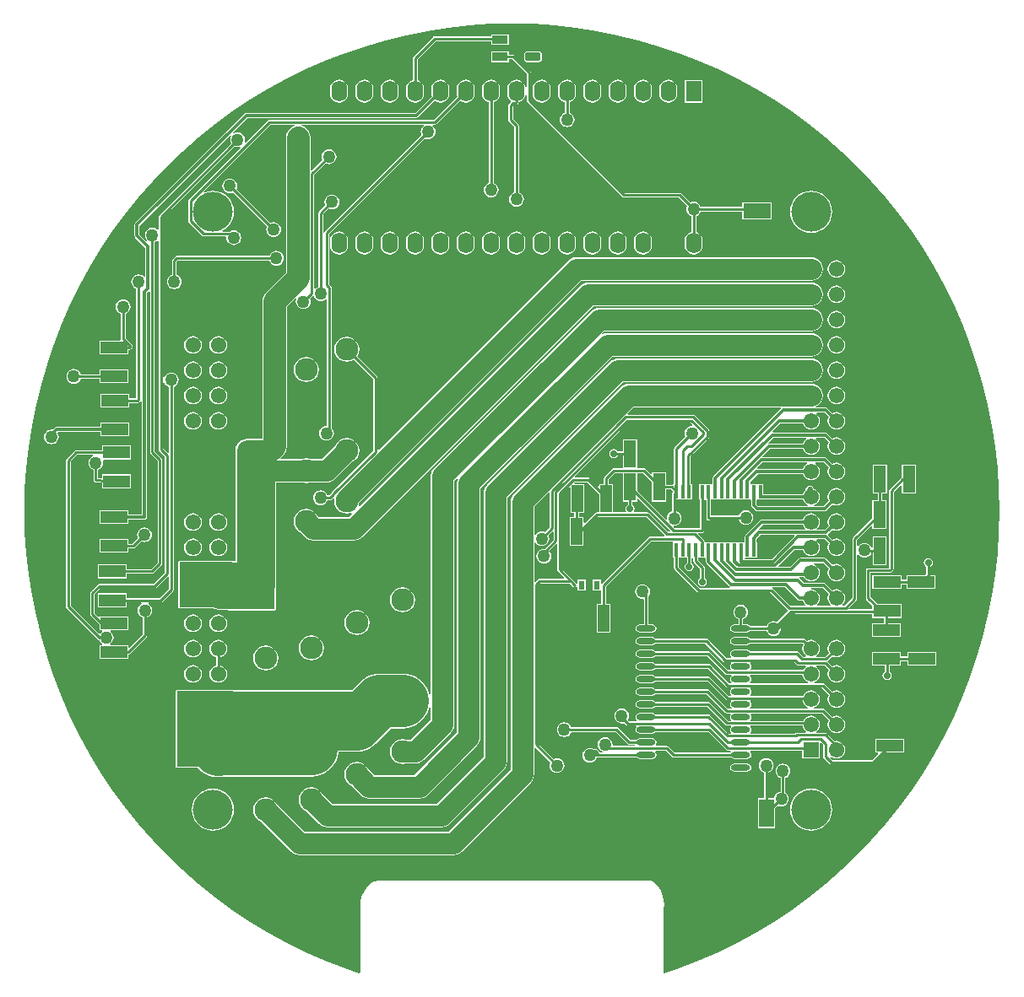
<source format=gtl>
G04 Layer_Physical_Order=1*
G04 Layer_Color=25308*
%FSLAX24Y24*%
%MOIN*%
G70*
G01*
G75*
%ADD10R,0.0236X0.0354*%
%ADD11R,0.1102X0.0591*%
%ADD12R,0.1063X0.0472*%
%ADD13R,0.0472X0.1063*%
%ADD14R,0.0157X0.0532*%
%ADD15R,0.0591X0.1102*%
%ADD16O,0.0748X0.0236*%
G04:AMPARAMS|DCode=17|XSize=63mil|YSize=33.5mil|CornerRadius=8.4mil|HoleSize=0mil|Usage=FLASHONLY|Rotation=180.000|XOffset=0mil|YOffset=0mil|HoleType=Round|Shape=RoundedRectangle|*
%AMROUNDEDRECTD17*
21,1,0.0630,0.0167,0,0,180.0*
21,1,0.0463,0.0335,0,0,180.0*
1,1,0.0167,-0.0231,0.0084*
1,1,0.0167,0.0231,0.0084*
1,1,0.0167,0.0231,-0.0084*
1,1,0.0167,-0.0231,-0.0084*
%
%ADD17ROUNDEDRECTD17*%
%ADD18R,0.0630X0.0335*%
%ADD19C,0.0100*%
%ADD20C,0.2083*%
%ADD21C,0.0118*%
%ADD22C,0.0846*%
%ADD23C,0.0886*%
%ADD24R,0.5900X0.0500*%
%ADD25R,0.2200X0.3000*%
%ADD26R,0.2100X0.1800*%
%ADD27R,0.1811X0.1535*%
%ADD28R,0.0391X0.0906*%
%ADD29C,0.1575*%
%ADD30C,0.0610*%
%ADD31R,0.0610X0.0610*%
%ADD32C,0.0900*%
%ADD33R,0.0900X0.0900*%
%ADD34O,0.0630X0.0827*%
%ADD35R,0.0630X0.0827*%
%ADD36C,0.0500*%
%ADD37C,0.0276*%
G36*
X24462Y42855D02*
X25300Y42800D01*
X26135Y42709D01*
X26965Y42581D01*
X27789Y42417D01*
X28605Y42218D01*
X29411Y41983D01*
X30206Y41713D01*
X30989Y41408D01*
X31758Y41070D01*
X32511Y40698D01*
X33248Y40294D01*
X33966Y39859D01*
X34664Y39392D01*
X35342Y38895D01*
X35997Y38370D01*
X36628Y37816D01*
X37235Y37235D01*
X37816Y36628D01*
X38370Y35997D01*
X38895Y35342D01*
X39392Y34664D01*
X39859Y33966D01*
X40294Y33248D01*
X40698Y32511D01*
X41070Y31758D01*
X41408Y30989D01*
X41713Y30206D01*
X41983Y29411D01*
X42218Y28605D01*
X42417Y27789D01*
X42581Y26965D01*
X42709Y26135D01*
X42800Y25300D01*
X42855Y24462D01*
X42873Y23629D01*
X42872Y23622D01*
X42873Y23615D01*
X42855Y22782D01*
X42800Y21944D01*
X42709Y21109D01*
X42581Y20279D01*
X42417Y19455D01*
X42218Y18639D01*
X41983Y17833D01*
X41713Y17038D01*
X41408Y16255D01*
X41070Y15486D01*
X40698Y14733D01*
X40294Y13996D01*
X39859Y13278D01*
X39392Y12580D01*
X38895Y11902D01*
X38370Y11247D01*
X37816Y10616D01*
X37235Y10009D01*
X36628Y9428D01*
X35997Y8874D01*
X35342Y8349D01*
X34664Y7852D01*
X33966Y7385D01*
X33248Y6950D01*
X32511Y6546D01*
X31758Y6174D01*
X30989Y5836D01*
X30206Y5531D01*
X29649Y5342D01*
X29608Y5371D01*
Y7970D01*
X29624Y7994D01*
X29632Y8032D01*
X29634D01*
X29618Y8228D01*
X29573Y8418D01*
X29497Y8600D01*
X29395Y8767D01*
X29268Y8916D01*
X29267Y8915D01*
X29198Y8968D01*
X29119Y9001D01*
X29033Y9012D01*
Y9011D01*
X28995Y9004D01*
X28975Y8991D01*
X18309D01*
X18309Y8993D01*
Y8993D01*
X18193Y8978D01*
X18086Y8933D01*
X17993Y8862D01*
X17993Y8862D01*
X17866Y8713D01*
X17763Y8545D01*
X17688Y8364D01*
X17642Y8173D01*
X17627Y7978D01*
X17629D01*
Y5374D01*
X17588Y5345D01*
X17038Y5531D01*
X16255Y5836D01*
X15486Y6174D01*
X14733Y6546D01*
X13996Y6950D01*
X13278Y7385D01*
X12580Y7852D01*
X11902Y8349D01*
X11247Y8874D01*
X10616Y9428D01*
X10009Y10009D01*
X9428Y10616D01*
X8874Y11247D01*
X8349Y11902D01*
X7852Y12580D01*
X7385Y13278D01*
X6950Y13996D01*
X6546Y14733D01*
X6174Y15486D01*
X5836Y16255D01*
X5531Y17038D01*
X5262Y17833D01*
X5026Y18639D01*
X4827Y19455D01*
X4663Y20279D01*
X4535Y21109D01*
X4444Y21944D01*
X4389Y22782D01*
X4370Y23622D01*
X4389Y24462D01*
X4444Y25300D01*
X4535Y26135D01*
X4663Y26965D01*
X4827Y27789D01*
X5026Y28605D01*
X5262Y29411D01*
X5531Y30206D01*
X5836Y30989D01*
X6174Y31758D01*
X6546Y32511D01*
X6950Y33248D01*
X7385Y33966D01*
X7852Y34664D01*
X8349Y35342D01*
X8874Y35997D01*
X9428Y36628D01*
X10009Y37235D01*
X10616Y37816D01*
X11247Y38370D01*
X11902Y38895D01*
X12580Y39392D01*
X13278Y39859D01*
X13996Y40294D01*
X14733Y40698D01*
X15486Y41070D01*
X16255Y41408D01*
X17038Y41713D01*
X17833Y41983D01*
X18639Y42218D01*
X19455Y42417D01*
X20279Y42581D01*
X21109Y42709D01*
X21944Y42800D01*
X22782Y42855D01*
X23622Y42874D01*
X24462Y42855D01*
D02*
G37*
%LPC*%
G36*
X8521Y27105D02*
X7379D01*
Y26929D01*
X5648D01*
X5616Y26923D01*
X5610Y26922D01*
X5577Y26900D01*
X5496Y26819D01*
X5433Y26827D01*
X5358Y26817D01*
X5287Y26788D01*
X5227Y26742D01*
X5180Y26681D01*
X5151Y26611D01*
X5141Y26535D01*
X5151Y26460D01*
X5180Y26390D01*
X5227Y26329D01*
X5287Y26283D01*
X5358Y26254D01*
X5433Y26244D01*
X5509Y26254D01*
X5579Y26283D01*
X5639Y26329D01*
X5686Y26390D01*
X5715Y26460D01*
X5725Y26535D01*
X5715Y26611D01*
X5686Y26681D01*
X5712Y26729D01*
X7379D01*
Y26554D01*
X8521D01*
Y27105D01*
D02*
G37*
G36*
X35433Y33640D02*
X26175D01*
X26054Y33624D01*
X25942Y33577D01*
X25845Y33503D01*
X18367Y26025D01*
X18321Y26044D01*
Y28870D01*
X18314Y28905D01*
X18308Y28915D01*
X18294Y28934D01*
X17505Y29724D01*
X17527Y29753D01*
X17577Y29872D01*
X17594Y30000D01*
X17577Y30128D01*
X17527Y30247D01*
X17449Y30349D01*
X17347Y30427D01*
X17228Y30477D01*
X17100Y30494D01*
X16972Y30477D01*
X16853Y30427D01*
X16751Y30349D01*
X16673Y30247D01*
X16623Y30128D01*
X16606Y30000D01*
X16623Y29872D01*
X16673Y29753D01*
X16751Y29651D01*
X16853Y29573D01*
X16972Y29523D01*
X17100Y29506D01*
X17228Y29523D01*
X17347Y29573D01*
X17376Y29595D01*
X18139Y28832D01*
Y25991D01*
X16523Y24375D01*
X16503Y24345D01*
X16496Y24310D01*
Y24305D01*
X16416Y24225D01*
X16338D01*
X16316Y24280D01*
X16269Y24340D01*
X16209Y24387D01*
X16139Y24416D01*
X16063Y24426D01*
X15987Y24416D01*
X15917Y24387D01*
X15857Y24340D01*
X15810Y24280D01*
X15781Y24209D01*
X15771Y24134D01*
X15781Y24058D01*
X15810Y23988D01*
X15857Y23927D01*
X15917Y23881D01*
X15987Y23852D01*
X16063Y23842D01*
X16139Y23852D01*
X16209Y23881D01*
X16269Y23927D01*
X16316Y23988D01*
X16338Y24043D01*
X16454D01*
X16489Y24050D01*
X16518Y24069D01*
X16572Y24123D01*
X16620Y24100D01*
X16606Y24000D01*
X16623Y23872D01*
X16673Y23753D01*
X16751Y23651D01*
X16853Y23573D01*
X16972Y23523D01*
X17100Y23506D01*
X17228Y23523D01*
X17268Y23540D01*
X17296Y23498D01*
X17179Y23380D01*
X15980D01*
X15938Y23422D01*
X15927Y23447D01*
X15849Y23549D01*
X15747Y23627D01*
X15628Y23677D01*
X15500Y23694D01*
X15372Y23677D01*
X15253Y23627D01*
X15151Y23549D01*
X15073Y23447D01*
X15023Y23328D01*
X15006Y23200D01*
X15023Y23072D01*
X15073Y22953D01*
X15151Y22851D01*
X15253Y22773D01*
X15278Y22762D01*
X15457Y22583D01*
X15553Y22509D01*
X15610Y22486D01*
X15666Y22463D01*
X15787Y22447D01*
X17372D01*
X17493Y22463D01*
X17526Y22476D01*
X17605Y22509D01*
X17702Y22583D01*
X26825Y31707D01*
X35433D01*
X35554Y31723D01*
X35666Y31769D01*
X35763Y31843D01*
X35837Y31940D01*
X35884Y32052D01*
X35900Y32173D01*
X35884Y32294D01*
X35837Y32407D01*
X35763Y32503D01*
X35666Y32577D01*
X35554Y32624D01*
X35433Y32640D01*
X26632D01*
X26511Y32624D01*
X26478Y32610D01*
X26399Y32577D01*
X26302Y32503D01*
X17602Y23804D01*
X17560Y23832D01*
X17577Y23872D01*
X17583Y23921D01*
X26368Y32707D01*
X35433D01*
X35554Y32723D01*
X35666Y32769D01*
X35763Y32843D01*
X35837Y32940D01*
X35884Y33052D01*
X35900Y33173D01*
X35884Y33294D01*
X35837Y33407D01*
X35763Y33503D01*
X35666Y33577D01*
X35554Y33624D01*
X35433Y33640D01*
D02*
G37*
G36*
X12024Y27521D02*
X11934Y27509D01*
X11850Y27474D01*
X11778Y27419D01*
X11723Y27347D01*
X11688Y27263D01*
X11676Y27173D01*
X11688Y27083D01*
X11723Y26999D01*
X11778Y26928D01*
X11850Y26872D01*
X11934Y26838D01*
X12024Y26826D01*
X12114Y26838D01*
X12197Y26872D01*
X12269Y26928D01*
X12325Y26999D01*
X12359Y27083D01*
X12371Y27173D01*
X12359Y27263D01*
X12325Y27347D01*
X12269Y27419D01*
X12197Y27474D01*
X12114Y27509D01*
X12024Y27521D01*
D02*
G37*
G36*
X11024D02*
X10934Y27509D01*
X10850Y27474D01*
X10778Y27419D01*
X10723Y27347D01*
X10688Y27263D01*
X10676Y27173D01*
X10688Y27083D01*
X10723Y26999D01*
X10778Y26928D01*
X10850Y26872D01*
X10934Y26838D01*
X11024Y26826D01*
X11114Y26838D01*
X11197Y26872D01*
X11269Y26928D01*
X11325Y26999D01*
X11359Y27083D01*
X11371Y27173D01*
X11359Y27263D01*
X11325Y27347D01*
X11269Y27419D01*
X11197Y27474D01*
X11114Y27509D01*
X11024Y27521D01*
D02*
G37*
G36*
X12024Y23521D02*
X11934Y23509D01*
X11850Y23474D01*
X11778Y23419D01*
X11723Y23347D01*
X11688Y23263D01*
X11676Y23173D01*
X11688Y23083D01*
X11723Y22999D01*
X11778Y22928D01*
X11850Y22872D01*
X11934Y22838D01*
X12024Y22826D01*
X12114Y22838D01*
X12197Y22872D01*
X12269Y22928D01*
X12325Y22999D01*
X12359Y23083D01*
X12371Y23173D01*
X12359Y23263D01*
X12325Y23347D01*
X12269Y23419D01*
X12197Y23474D01*
X12114Y23509D01*
X12024Y23521D01*
D02*
G37*
G36*
Y22521D02*
X11934Y22509D01*
X11850Y22474D01*
X11778Y22419D01*
X11723Y22347D01*
X11688Y22263D01*
X11676Y22173D01*
X11688Y22083D01*
X11723Y21999D01*
X11778Y21928D01*
X11850Y21872D01*
X11934Y21838D01*
X12024Y21826D01*
X12114Y21838D01*
X12197Y21872D01*
X12269Y21928D01*
X12325Y21999D01*
X12359Y22083D01*
X12371Y22173D01*
X12359Y22263D01*
X12325Y22347D01*
X12269Y22419D01*
X12197Y22474D01*
X12114Y22509D01*
X12024Y22521D01*
D02*
G37*
G36*
X11024D02*
X10934Y22509D01*
X10850Y22474D01*
X10778Y22419D01*
X10723Y22347D01*
X10688Y22263D01*
X10676Y22173D01*
X10688Y22083D01*
X10723Y21999D01*
X10778Y21928D01*
X10850Y21872D01*
X10934Y21838D01*
X11024Y21826D01*
X11114Y21838D01*
X11197Y21872D01*
X11269Y21928D01*
X11325Y21999D01*
X11359Y22083D01*
X11371Y22173D01*
X11359Y22263D01*
X11325Y22347D01*
X11269Y22419D01*
X11197Y22474D01*
X11114Y22509D01*
X11024Y22521D01*
D02*
G37*
G36*
Y23521D02*
X10934Y23509D01*
X10850Y23474D01*
X10778Y23419D01*
X10723Y23347D01*
X10688Y23263D01*
X10676Y23173D01*
X10688Y23083D01*
X10723Y22999D01*
X10778Y22928D01*
X10850Y22872D01*
X10934Y22838D01*
X11024Y22826D01*
X11114Y22838D01*
X11197Y22872D01*
X11269Y22928D01*
X11325Y22999D01*
X11359Y23083D01*
X11371Y23173D01*
X11359Y23263D01*
X11325Y23347D01*
X11269Y23419D01*
X11197Y23474D01*
X11114Y23509D01*
X11024Y23521D01*
D02*
G37*
G36*
X9111Y22962D02*
X9035Y22952D01*
X8965Y22923D01*
X8904Y22876D01*
X8858Y22816D01*
X8829Y22746D01*
X8819Y22670D01*
X8829Y22594D01*
X8852Y22540D01*
X8632Y22320D01*
X8471D01*
Y22505D01*
X7329D01*
Y21954D01*
X8471D01*
Y22138D01*
X8670D01*
X8705Y22145D01*
X8734Y22165D01*
X8981Y22411D01*
X9035Y22388D01*
X9111Y22378D01*
X9186Y22388D01*
X9257Y22417D01*
X9317Y22464D01*
X9364Y22524D01*
X9393Y22594D01*
X9403Y22670D01*
X9393Y22746D01*
X9364Y22816D01*
X9317Y22876D01*
X9257Y22923D01*
X9186Y22952D01*
X9111Y22962D01*
D02*
G37*
G36*
X35433Y28640D02*
X28232D01*
X28112Y28624D01*
X28079Y28610D01*
X27999Y28577D01*
X27902Y28503D01*
X23706Y24306D01*
X23631Y24210D01*
X23598Y24130D01*
X23585Y24097D01*
X23569Y23976D01*
Y13402D01*
X21106Y10939D01*
X15421D01*
X14338Y12022D01*
X14327Y12047D01*
X14249Y12149D01*
X14147Y12227D01*
X14028Y12277D01*
X13900Y12294D01*
X13772Y12277D01*
X13653Y12227D01*
X13551Y12149D01*
X13473Y12047D01*
X13423Y11928D01*
X13406Y11800D01*
X13423Y11672D01*
X13473Y11553D01*
X13551Y11451D01*
X13653Y11373D01*
X13678Y11362D01*
X14898Y10143D01*
X14994Y10068D01*
X15074Y10035D01*
X15107Y10022D01*
X15228Y10006D01*
X21299D01*
X21420Y10022D01*
X21453Y10035D01*
X21533Y10068D01*
X21629Y10143D01*
X24365Y12879D01*
X24440Y12975D01*
X24472Y13055D01*
X24486Y13088D01*
X24502Y13209D01*
Y14254D01*
X24548Y14273D01*
X25141Y13680D01*
X25118Y13626D01*
X25108Y13550D01*
X25118Y13474D01*
X25147Y13404D01*
X25194Y13344D01*
X25254Y13297D01*
X25324Y13268D01*
X25400Y13258D01*
X25476Y13268D01*
X25546Y13297D01*
X25606Y13344D01*
X25653Y13404D01*
X25682Y13474D01*
X25692Y13550D01*
X25682Y13626D01*
X25653Y13696D01*
X25606Y13756D01*
X25546Y13803D01*
X25476Y13832D01*
X25400Y13842D01*
X25324Y13832D01*
X25270Y13809D01*
X24651Y14428D01*
Y20662D01*
X24738Y20749D01*
X25904D01*
X26038Y20615D01*
X26067Y20595D01*
X26102Y20588D01*
X26137Y20595D01*
X26167Y20615D01*
X26170Y20620D01*
X26220Y20605D01*
Y20463D01*
X26535D01*
Y20896D01*
X26220D01*
Y20753D01*
X26170Y20738D01*
X26167Y20744D01*
X25583Y21327D01*
Y24262D01*
X25879Y24558D01*
X25925Y24539D01*
Y23543D01*
X26090D01*
Y23376D01*
X25906D01*
Y22234D01*
X26457D01*
Y22834D01*
X26996Y23373D01*
X28929D01*
X29651Y22651D01*
X29631Y22601D01*
X29075D01*
X29040Y22594D01*
X29010Y22574D01*
X27180Y20744D01*
X27176Y20738D01*
X27126Y20753D01*
Y20896D01*
X26811D01*
Y20463D01*
X27103D01*
X27126Y20463D01*
X27153Y20424D01*
Y19931D01*
X26968D01*
Y18789D01*
X27520D01*
Y19931D01*
X27335D01*
Y20641D01*
X29113Y22419D01*
X29958D01*
X29958Y22419D01*
X29990Y22382D01*
X29990Y22369D01*
Y21772D01*
X30017D01*
Y21368D01*
X30024Y21333D01*
X30044Y21304D01*
X30930Y20418D01*
X30959Y20398D01*
X30994Y20391D01*
X33823D01*
X34503Y19712D01*
X34504Y19711D01*
X34510Y19649D01*
X34087Y19226D01*
X34032Y19248D01*
X33957Y19258D01*
X33881Y19248D01*
X33811Y19219D01*
X33750Y19173D01*
X33704Y19112D01*
X33683Y19062D01*
X33042D01*
X33027Y19084D01*
X32975Y19119D01*
X32913Y19131D01*
X32749D01*
Y19331D01*
X32803Y19354D01*
X32864Y19400D01*
X32910Y19460D01*
X32939Y19531D01*
X32949Y19606D01*
X32939Y19682D01*
X32910Y19752D01*
X32864Y19813D01*
X32803Y19859D01*
X32733Y19888D01*
X32657Y19898D01*
X32582Y19888D01*
X32512Y19859D01*
X32451Y19813D01*
X32405Y19752D01*
X32376Y19682D01*
X32366Y19606D01*
X32376Y19531D01*
X32405Y19460D01*
X32451Y19400D01*
X32512Y19354D01*
X32566Y19331D01*
Y19131D01*
X32402D01*
X32340Y19119D01*
X32288Y19084D01*
X32253Y19032D01*
X32241Y18970D01*
X32253Y18909D01*
X32288Y18857D01*
X32340Y18822D01*
X32402Y18810D01*
X32913D01*
X32975Y18822D01*
X33027Y18857D01*
X33042Y18879D01*
X33680D01*
X33704Y18821D01*
X33750Y18760D01*
X33811Y18714D01*
X33881Y18685D01*
X33957Y18675D01*
X34032Y18685D01*
X34103Y18714D01*
X34163Y18760D01*
X34209Y18821D01*
X34239Y18891D01*
X34249Y18967D01*
X34246Y18987D01*
X34798Y19539D01*
X37854D01*
Y19380D01*
X38305D01*
Y19183D01*
X37825D01*
Y18632D01*
X38967D01*
Y19183D01*
X38487D01*
Y19380D01*
X38996D01*
Y19931D01*
X38062D01*
X37778Y20215D01*
Y21169D01*
X38553D01*
X38553Y21169D01*
X38553Y21169D01*
X38571Y21172D01*
X38588Y21176D01*
X38588Y21176D01*
X38588Y21176D01*
X38604Y21186D01*
X38618Y21195D01*
X38618Y21195D01*
X38618Y21195D01*
X38667Y21245D01*
X38677Y21260D01*
X38687Y21274D01*
X38687Y21274D01*
X38687Y21274D01*
X38689Y21287D01*
X38693Y21309D01*
Y24372D01*
X38970Y24648D01*
X39016Y24629D01*
Y24291D01*
X39567D01*
Y25433D01*
X39016D01*
Y24943D01*
X39010Y24940D01*
X38991Y24927D01*
X38538Y24474D01*
X38518Y24444D01*
X38511Y24409D01*
Y21351D01*
X37687D01*
X37652Y21344D01*
X37623Y21324D01*
X37603Y21295D01*
X37596Y21260D01*
Y20177D01*
X37603Y20142D01*
X37623Y20113D01*
X37854Y19881D01*
Y19727D01*
X36939D01*
X36920Y19773D01*
X37220Y20073D01*
X37240Y20103D01*
X37247Y20138D01*
Y21882D01*
X37297Y21898D01*
X37333Y21851D01*
X37393Y21804D01*
X37464Y21775D01*
X37539Y21765D01*
X37615Y21775D01*
X37685Y21804D01*
X37746Y21851D01*
X37792Y21911D01*
X37811Y21956D01*
X37864D01*
Y21476D01*
X38415D01*
Y22618D01*
X37864D01*
Y22160D01*
X37814Y22150D01*
X37792Y22203D01*
X37746Y22263D01*
X37685Y22310D01*
X37615Y22339D01*
X37539Y22349D01*
X37464Y22339D01*
X37393Y22310D01*
X37333Y22263D01*
X37297Y22216D01*
X37247Y22232D01*
Y22462D01*
X37808Y23024D01*
X37854Y23005D01*
Y22904D01*
X38406D01*
Y24045D01*
X38241D01*
Y24291D01*
X38425D01*
Y25433D01*
X37874D01*
Y24291D01*
X38059D01*
Y24045D01*
X37854D01*
Y23328D01*
X37091Y22564D01*
X37071Y22535D01*
X37064Y22500D01*
Y20176D01*
X36755Y19866D01*
X36681D01*
X36664Y19916D01*
X36679Y19928D01*
X36734Y19999D01*
X36769Y20083D01*
X36781Y20173D01*
X36769Y20263D01*
X36734Y20347D01*
X36679Y20419D01*
X36607Y20474D01*
X36523Y20509D01*
X36433Y20521D01*
X36343Y20509D01*
X36270Y20478D01*
X36008Y20740D01*
X35975Y20762D01*
X35937Y20770D01*
X35160D01*
X34992Y20937D01*
X34970Y20952D01*
X34969Y20956D01*
X34982Y21002D01*
X35131D01*
X35132Y20999D01*
X35187Y20928D01*
X35259Y20872D01*
X35343Y20838D01*
X35433Y20826D01*
X35523Y20838D01*
X35607Y20872D01*
X35679Y20928D01*
X35734Y20999D01*
X35769Y21083D01*
X35781Y21173D01*
X35769Y21263D01*
X35734Y21347D01*
X35679Y21419D01*
X35607Y21474D01*
X35537Y21503D01*
X35547Y21553D01*
X35911D01*
X36128Y21337D01*
X36097Y21263D01*
X36086Y21173D01*
X36097Y21083D01*
X36132Y20999D01*
X36187Y20928D01*
X36259Y20872D01*
X36343Y20838D01*
X36433Y20826D01*
X36523Y20838D01*
X36607Y20872D01*
X36679Y20928D01*
X36734Y20999D01*
X36769Y21083D01*
X36781Y21173D01*
X36769Y21263D01*
X36734Y21347D01*
X36679Y21419D01*
X36607Y21474D01*
X36523Y21509D01*
X36433Y21521D01*
X36343Y21509D01*
X36270Y21478D01*
X36024Y21725D01*
X35991Y21746D01*
X35953Y21754D01*
X35000D01*
X34968Y21748D01*
X34962Y21746D01*
X34929Y21725D01*
X34604Y21400D01*
X34166D01*
X34147Y21446D01*
X34774Y22073D01*
X35102D01*
X35132Y21999D01*
X35187Y21928D01*
X35259Y21872D01*
X35343Y21838D01*
X35433Y21826D01*
X35523Y21838D01*
X35607Y21872D01*
X35679Y21928D01*
X35734Y21999D01*
X35769Y22083D01*
X35781Y22173D01*
X35769Y22263D01*
X35734Y22347D01*
X35679Y22419D01*
X35641Y22448D01*
X35658Y22498D01*
X35966D01*
X36128Y22337D01*
X36097Y22263D01*
X36086Y22173D01*
X36097Y22083D01*
X36132Y21999D01*
X36187Y21928D01*
X36259Y21872D01*
X36343Y21838D01*
X36433Y21826D01*
X36523Y21838D01*
X36607Y21872D01*
X36679Y21928D01*
X36734Y21999D01*
X36769Y22083D01*
X36781Y22173D01*
X36769Y22263D01*
X36734Y22347D01*
X36679Y22419D01*
X36607Y22474D01*
X36523Y22509D01*
X36433Y22521D01*
X36343Y22509D01*
X36270Y22478D01*
X36109Y22640D01*
X36106Y22646D01*
X36109Y22707D01*
X36109Y22707D01*
X36270Y22868D01*
X36343Y22838D01*
X36433Y22826D01*
X36523Y22838D01*
X36607Y22872D01*
X36679Y22928D01*
X36734Y22999D01*
X36769Y23083D01*
X36781Y23173D01*
X36769Y23263D01*
X36734Y23347D01*
X36679Y23419D01*
X36607Y23474D01*
X36523Y23509D01*
X36433Y23521D01*
X36343Y23509D01*
X36259Y23474D01*
X36187Y23419D01*
X36132Y23347D01*
X36097Y23263D01*
X36086Y23173D01*
X36097Y23083D01*
X36128Y23010D01*
X35974Y22856D01*
X35668D01*
X35651Y22906D01*
X35679Y22928D01*
X35734Y22999D01*
X35769Y23083D01*
X35781Y23173D01*
X35769Y23263D01*
X35734Y23347D01*
X35679Y23419D01*
X35607Y23474D01*
X35523Y23509D01*
X35433Y23521D01*
X35343Y23509D01*
X35259Y23474D01*
X35187Y23419D01*
X35132Y23347D01*
X35102Y23274D01*
X33488D01*
X33450Y23266D01*
X33417Y23244D01*
X32852Y22679D01*
X32831Y22647D01*
X32823Y22608D01*
Y22412D01*
X32785Y22382D01*
Y22382D01*
X32549D01*
Y22382D01*
X32530D01*
Y22382D01*
X32293D01*
Y22382D01*
X32274D01*
Y22382D01*
X32037D01*
Y22382D01*
X32018D01*
Y22382D01*
X31782D01*
Y22382D01*
X31762D01*
Y22382D01*
X31526D01*
Y22382D01*
X31526Y22382D01*
X31506D01*
Y22382D01*
X31506Y22382D01*
X31300D01*
X31270Y22382D01*
X31223Y22390D01*
Y22411D01*
X31218Y22437D01*
X31216Y22446D01*
X31216Y22446D01*
Y22446D01*
X31209Y22456D01*
X31196Y22476D01*
X30965Y22707D01*
X30984Y22753D01*
X31132D01*
X31167Y22760D01*
X31196Y22780D01*
X31216Y22810D01*
X31223Y22844D01*
Y24036D01*
X31260Y24058D01*
X31297Y24036D01*
Y23337D01*
X31304Y23302D01*
X31323Y23272D01*
X31353Y23252D01*
X31388Y23245D01*
X31423Y23252D01*
X31427Y23255D01*
X32589D01*
X32611Y23201D01*
X32658Y23140D01*
X32718Y23094D01*
X32789Y23065D01*
X32864Y23055D01*
X32940Y23065D01*
X33010Y23094D01*
X33071Y23140D01*
X33117Y23201D01*
X33146Y23271D01*
X33156Y23346D01*
X33146Y23422D01*
X33117Y23492D01*
X33071Y23553D01*
X33010Y23599D01*
X32940Y23628D01*
X32864Y23638D01*
X32789Y23628D01*
X32718Y23599D01*
X32658Y23553D01*
X32611Y23492D01*
X32589Y23438D01*
X31479D01*
Y24067D01*
X31479Y24067D01*
X31526Y24075D01*
X31556Y24075D01*
X31762D01*
Y24075D01*
X31782D01*
Y24075D01*
X32018D01*
Y24075D01*
X32037D01*
Y24075D01*
X32274D01*
Y24075D01*
X32293D01*
Y24075D01*
X32530D01*
Y24075D01*
X32549D01*
Y24075D01*
X32785D01*
Y24075D01*
X32785Y24075D01*
X32805D01*
Y24075D01*
X32805Y24075D01*
X33011D01*
X33041Y24075D01*
X33079Y24044D01*
Y23829D01*
X33083Y23810D01*
X33086Y23790D01*
X33086Y23790D01*
X33086Y23790D01*
X33095Y23778D01*
X33108Y23758D01*
X33236Y23630D01*
X33236Y23630D01*
X33236Y23630D01*
X33246Y23623D01*
X33269Y23608D01*
X33269Y23608D01*
X33269Y23608D01*
X33287Y23604D01*
X33307Y23600D01*
X33307Y23600D01*
X33307Y23600D01*
X35961D01*
X35999Y23608D01*
X36032Y23630D01*
X36270Y23868D01*
X36343Y23838D01*
X36433Y23826D01*
X36523Y23838D01*
X36607Y23872D01*
X36679Y23928D01*
X36734Y23999D01*
X36769Y24083D01*
X36781Y24173D01*
X36769Y24263D01*
X36734Y24347D01*
X36679Y24419D01*
X36607Y24474D01*
X36523Y24509D01*
X36433Y24521D01*
X36343Y24509D01*
X36259Y24474D01*
X36187Y24419D01*
X36132Y24347D01*
X36097Y24263D01*
X36086Y24173D01*
X36097Y24083D01*
X36128Y24010D01*
X35919Y23801D01*
X35566D01*
X35556Y23851D01*
X35607Y23872D01*
X35679Y23928D01*
X35734Y23999D01*
X35769Y24083D01*
X35781Y24173D01*
X35769Y24263D01*
X35734Y24347D01*
X35679Y24419D01*
X35607Y24474D01*
X35523Y24509D01*
X35522Y24509D01*
X35517Y24535D01*
X35498Y24564D01*
X35471Y24591D01*
X35441Y24611D01*
X35406Y24618D01*
X35367D01*
X35332Y24611D01*
X35302Y24591D01*
X35236Y24524D01*
X35216Y24495D01*
X35209Y24460D01*
Y24435D01*
X35187Y24419D01*
X35132Y24347D01*
X35106Y24283D01*
X33553D01*
Y24685D01*
X33347D01*
X33317Y24685D01*
X33307D01*
X33297D01*
X33267Y24685D01*
X33091D01*
X33061Y24685D01*
X33024Y24715D01*
X33024Y24715D01*
Y24771D01*
X33325Y25073D01*
X35102D01*
X35132Y24999D01*
X35187Y24928D01*
X35259Y24872D01*
X35343Y24838D01*
X35433Y24826D01*
X35523Y24838D01*
X35607Y24872D01*
X35679Y24928D01*
X35734Y24999D01*
X35769Y25083D01*
X35781Y25173D01*
X35769Y25263D01*
X35734Y25347D01*
X35679Y25419D01*
X35607Y25474D01*
X35594Y25480D01*
X35604Y25530D01*
X35935D01*
X36128Y25337D01*
X36097Y25263D01*
X36086Y25173D01*
X36097Y25083D01*
X36132Y24999D01*
X36187Y24928D01*
X36259Y24872D01*
X36343Y24838D01*
X36433Y24826D01*
X36523Y24838D01*
X36607Y24872D01*
X36679Y24928D01*
X36734Y24999D01*
X36769Y25083D01*
X36781Y25173D01*
X36769Y25263D01*
X36734Y25347D01*
X36679Y25419D01*
X36607Y25474D01*
X36523Y25509D01*
X36433Y25521D01*
X36343Y25509D01*
X36270Y25478D01*
X36047Y25701D01*
X36015Y25723D01*
X35976Y25730D01*
X33536D01*
X33517Y25776D01*
X33813Y26073D01*
X35102D01*
X35132Y25999D01*
X35187Y25928D01*
X35259Y25872D01*
X35343Y25838D01*
X35433Y25826D01*
X35523Y25838D01*
X35607Y25872D01*
X35679Y25928D01*
X35734Y25999D01*
X35769Y26083D01*
X35781Y26173D01*
X35769Y26263D01*
X35734Y26347D01*
X35679Y26419D01*
X35620Y26464D01*
X35637Y26514D01*
X35951D01*
X36128Y26337D01*
X36097Y26263D01*
X36086Y26173D01*
X36097Y26083D01*
X36132Y25999D01*
X36187Y25928D01*
X36259Y25872D01*
X36343Y25838D01*
X36433Y25826D01*
X36523Y25838D01*
X36607Y25872D01*
X36679Y25928D01*
X36734Y25999D01*
X36769Y26083D01*
X36781Y26173D01*
X36769Y26263D01*
X36734Y26347D01*
X36679Y26419D01*
X36607Y26474D01*
X36523Y26509D01*
X36433Y26521D01*
X36343Y26509D01*
X36270Y26478D01*
X36063Y26685D01*
X36031Y26707D01*
X35992Y26715D01*
X33935D01*
X33914Y26765D01*
X34223Y27073D01*
X35102D01*
X35132Y26999D01*
X35187Y26928D01*
X35259Y26872D01*
X35343Y26838D01*
X35433Y26826D01*
X35523Y26838D01*
X35607Y26872D01*
X35679Y26928D01*
X35734Y26999D01*
X35769Y27083D01*
X35781Y27173D01*
X35769Y27263D01*
X35734Y27347D01*
X35679Y27419D01*
X35641Y27448D01*
X35658Y27498D01*
X35966D01*
X36128Y27337D01*
X36097Y27263D01*
X36086Y27173D01*
X36097Y27083D01*
X36132Y26999D01*
X36187Y26928D01*
X36259Y26872D01*
X36343Y26838D01*
X36433Y26826D01*
X36523Y26838D01*
X36607Y26872D01*
X36679Y26928D01*
X36734Y26999D01*
X36769Y27083D01*
X36781Y27173D01*
X36769Y27263D01*
X36734Y27347D01*
X36679Y27419D01*
X36607Y27474D01*
X36523Y27509D01*
X36433Y27521D01*
X36343Y27509D01*
X36270Y27478D01*
X36079Y27669D01*
X36046Y27691D01*
X36008Y27699D01*
X35627D01*
X35617Y27749D01*
X35666Y27769D01*
X35763Y27843D01*
X35837Y27940D01*
X35884Y28052D01*
X35900Y28173D01*
X35884Y28294D01*
X35837Y28407D01*
X35763Y28503D01*
X35666Y28577D01*
X35554Y28624D01*
X35433Y28640D01*
D02*
G37*
G36*
X12024Y29521D02*
X11934Y29509D01*
X11850Y29474D01*
X11778Y29419D01*
X11723Y29347D01*
X11688Y29263D01*
X11676Y29173D01*
X11688Y29083D01*
X11723Y28999D01*
X11778Y28928D01*
X11850Y28872D01*
X11934Y28838D01*
X12024Y28826D01*
X12114Y28838D01*
X12197Y28872D01*
X12269Y28928D01*
X12325Y28999D01*
X12359Y29083D01*
X12371Y29173D01*
X12359Y29263D01*
X12325Y29347D01*
X12269Y29419D01*
X12197Y29474D01*
X12114Y29509D01*
X12024Y29521D01*
D02*
G37*
G36*
X11024D02*
X10934Y29509D01*
X10850Y29474D01*
X10778Y29419D01*
X10723Y29347D01*
X10688Y29263D01*
X10676Y29173D01*
X10688Y29083D01*
X10723Y28999D01*
X10778Y28928D01*
X10850Y28872D01*
X10934Y28838D01*
X11024Y28826D01*
X11114Y28838D01*
X11197Y28872D01*
X11269Y28928D01*
X11325Y28999D01*
X11359Y29083D01*
X11371Y29173D01*
X11359Y29263D01*
X11325Y29347D01*
X11269Y29419D01*
X11197Y29474D01*
X11114Y29509D01*
X11024Y29521D01*
D02*
G37*
G36*
X8268Y31975D02*
X8192Y31965D01*
X8122Y31936D01*
X8061Y31889D01*
X8015Y31829D01*
X7986Y31759D01*
X7976Y31683D01*
X7986Y31608D01*
X8015Y31537D01*
X8061Y31477D01*
X8122Y31430D01*
X8177Y31408D01*
Y30403D01*
X8178Y30396D01*
X8143Y30346D01*
X7329D01*
Y29795D01*
X8471D01*
Y29980D01*
X8520D01*
X8555Y29987D01*
X8584Y30006D01*
X8624Y30046D01*
X8644Y30076D01*
X8651Y30111D01*
X8644Y30146D01*
X8624Y30175D01*
X8624Y30175D01*
X8471Y30329D01*
Y30346D01*
X8453D01*
X8359Y30441D01*
Y31408D01*
X8414Y31430D01*
X8474Y31477D01*
X8520Y31537D01*
X8550Y31608D01*
X8560Y31683D01*
X8550Y31759D01*
X8520Y31829D01*
X8474Y31889D01*
X8414Y31936D01*
X8343Y31965D01*
X8268Y31975D01*
D02*
G37*
G36*
X36433Y29521D02*
X36343Y29509D01*
X36259Y29474D01*
X36187Y29419D01*
X36132Y29347D01*
X36097Y29263D01*
X36086Y29173D01*
X36097Y29083D01*
X36132Y28999D01*
X36187Y28928D01*
X36259Y28872D01*
X36343Y28838D01*
X36433Y28826D01*
X36523Y28838D01*
X36607Y28872D01*
X36679Y28928D01*
X36734Y28999D01*
X36769Y29083D01*
X36781Y29173D01*
X36769Y29263D01*
X36734Y29347D01*
X36679Y29419D01*
X36607Y29474D01*
X36523Y29509D01*
X36433Y29521D01*
D02*
G37*
G36*
X15500Y29694D02*
X15372Y29677D01*
X15253Y29627D01*
X15151Y29549D01*
X15073Y29447D01*
X15023Y29328D01*
X15006Y29200D01*
X15023Y29072D01*
X15073Y28953D01*
X15151Y28851D01*
X15253Y28773D01*
X15372Y28723D01*
X15500Y28706D01*
X15628Y28723D01*
X15747Y28773D01*
X15849Y28851D01*
X15927Y28953D01*
X15977Y29072D01*
X15994Y29200D01*
X15977Y29328D01*
X15927Y29447D01*
X15849Y29549D01*
X15747Y29627D01*
X15628Y29677D01*
X15500Y29694D01*
D02*
G37*
G36*
X12024Y28521D02*
X11934Y28509D01*
X11850Y28474D01*
X11778Y28419D01*
X11723Y28347D01*
X11688Y28263D01*
X11676Y28173D01*
X11688Y28083D01*
X11723Y27999D01*
X11778Y27928D01*
X11850Y27872D01*
X11934Y27838D01*
X12024Y27826D01*
X12114Y27838D01*
X12197Y27872D01*
X12269Y27928D01*
X12325Y27999D01*
X12359Y28083D01*
X12371Y28173D01*
X12359Y28263D01*
X12325Y28347D01*
X12269Y28419D01*
X12197Y28474D01*
X12114Y28509D01*
X12024Y28521D01*
D02*
G37*
G36*
X11024D02*
X10934Y28509D01*
X10850Y28474D01*
X10778Y28419D01*
X10723Y28347D01*
X10688Y28263D01*
X10676Y28173D01*
X10688Y28083D01*
X10723Y27999D01*
X10778Y27928D01*
X10850Y27872D01*
X10934Y27838D01*
X11024Y27826D01*
X11114Y27838D01*
X11197Y27872D01*
X11269Y27928D01*
X11325Y27999D01*
X11359Y28083D01*
X11371Y28173D01*
X11359Y28263D01*
X11325Y28347D01*
X11269Y28419D01*
X11197Y28474D01*
X11114Y28509D01*
X11024Y28521D01*
D02*
G37*
G36*
X6320Y29221D02*
X6244Y29211D01*
X6174Y29182D01*
X6114Y29136D01*
X6067Y29075D01*
X6038Y29005D01*
X6028Y28929D01*
X6038Y28854D01*
X6067Y28783D01*
X6114Y28723D01*
X6174Y28676D01*
X6244Y28647D01*
X6320Y28637D01*
X6396Y28647D01*
X6466Y28676D01*
X6526Y28723D01*
X6573Y28783D01*
X6595Y28838D01*
X7329D01*
Y28654D01*
X8471D01*
Y29205D01*
X7329D01*
Y29020D01*
X6595D01*
X6573Y29075D01*
X6526Y29136D01*
X6466Y29182D01*
X6396Y29211D01*
X6320Y29221D01*
D02*
G37*
G36*
X36433Y28521D02*
X36343Y28509D01*
X36259Y28474D01*
X36187Y28419D01*
X36132Y28347D01*
X36097Y28263D01*
X36086Y28173D01*
X36097Y28083D01*
X36132Y27999D01*
X36187Y27928D01*
X36259Y27872D01*
X36343Y27838D01*
X36433Y27826D01*
X36523Y27838D01*
X36607Y27872D01*
X36679Y27928D01*
X36734Y27999D01*
X36769Y28083D01*
X36781Y28173D01*
X36769Y28263D01*
X36734Y28347D01*
X36679Y28419D01*
X36607Y28474D01*
X36523Y28509D01*
X36433Y28521D01*
D02*
G37*
G36*
X11024Y17521D02*
X10934Y17509D01*
X10850Y17474D01*
X10778Y17419D01*
X10723Y17347D01*
X10688Y17263D01*
X10676Y17173D01*
X10688Y17083D01*
X10723Y16999D01*
X10778Y16928D01*
X10850Y16872D01*
X10934Y16838D01*
X11024Y16826D01*
X11114Y16838D01*
X11197Y16872D01*
X11269Y16928D01*
X11325Y16999D01*
X11359Y17083D01*
X11371Y17173D01*
X11359Y17263D01*
X11325Y17347D01*
X11269Y17419D01*
X11197Y17474D01*
X11114Y17509D01*
X11024Y17521D01*
D02*
G37*
G36*
X32913Y13631D02*
X32402D01*
X32340Y13619D01*
X32288Y13584D01*
X32253Y13532D01*
X32241Y13470D01*
X32253Y13409D01*
X32288Y13357D01*
X32340Y13322D01*
X32402Y13310D01*
X32913D01*
X32975Y13322D01*
X33027Y13357D01*
X33062Y13409D01*
X33074Y13470D01*
X33062Y13532D01*
X33027Y13584D01*
X32975Y13619D01*
X32913Y13631D01*
D02*
G37*
G36*
X13900Y18294D02*
X13772Y18277D01*
X13653Y18227D01*
X13551Y18149D01*
X13473Y18047D01*
X13423Y17928D01*
X13406Y17800D01*
X13423Y17672D01*
X13473Y17553D01*
X13551Y17451D01*
X13653Y17373D01*
X13772Y17323D01*
X13900Y17306D01*
X14028Y17323D01*
X14147Y17373D01*
X14249Y17451D01*
X14327Y17553D01*
X14377Y17672D01*
X14394Y17800D01*
X14377Y17928D01*
X14327Y18047D01*
X14249Y18149D01*
X14147Y18227D01*
X14028Y18277D01*
X13900Y18294D01*
D02*
G37*
G36*
X12024Y18521D02*
X11934Y18509D01*
X11850Y18474D01*
X11778Y18419D01*
X11723Y18347D01*
X11688Y18263D01*
X11676Y18173D01*
X11688Y18083D01*
X11723Y17999D01*
X11778Y17928D01*
X11850Y17872D01*
X11932Y17838D01*
Y17508D01*
X11850Y17474D01*
X11778Y17419D01*
X11723Y17347D01*
X11688Y17263D01*
X11676Y17173D01*
X11688Y17083D01*
X11723Y16999D01*
X11778Y16928D01*
X11850Y16872D01*
X11934Y16838D01*
X12024Y16826D01*
X12114Y16838D01*
X12197Y16872D01*
X12269Y16928D01*
X12325Y16999D01*
X12359Y17083D01*
X12371Y17173D01*
X12359Y17263D01*
X12325Y17347D01*
X12269Y17419D01*
X12197Y17474D01*
X12115Y17508D01*
Y17838D01*
X12197Y17872D01*
X12269Y17928D01*
X12325Y17999D01*
X12359Y18083D01*
X12371Y18173D01*
X12359Y18263D01*
X12325Y18347D01*
X12269Y18419D01*
X12197Y18474D01*
X12114Y18509D01*
X12024Y18521D01*
D02*
G37*
G36*
X35433Y31640D02*
X27059D01*
X26938Y31624D01*
X26905Y31610D01*
X26826Y31577D01*
X26729Y31503D01*
X20546Y25320D01*
X20472Y25223D01*
X20439Y25144D01*
X20425Y25111D01*
X20409Y24990D01*
Y16323D01*
X20359Y16317D01*
X20331Y16435D01*
X20266Y16592D01*
X20177Y16737D01*
X20067Y16867D01*
X19937Y16977D01*
X19792Y17066D01*
X19635Y17131D01*
X19470Y17171D01*
X19300Y17184D01*
X18400D01*
X18230Y17171D01*
X18065Y17131D01*
X17908Y17066D01*
X17763Y16977D01*
X17633Y16867D01*
X17310Y16543D01*
X10400D01*
X10370Y16530D01*
X10357Y16500D01*
Y13500D01*
X10370Y13470D01*
X10400Y13457D01*
X11214D01*
X11257Y13407D01*
X11386Y13296D01*
X11531Y13207D01*
X11689Y13142D01*
X11854Y13103D01*
X12024Y13089D01*
X12193Y13103D01*
X12249Y13116D01*
X15700D01*
X15870Y13129D01*
X16035Y13169D01*
X16192Y13234D01*
X16337Y13323D01*
X16467Y13433D01*
X16577Y13563D01*
X16666Y13708D01*
X16731Y13865D01*
X16771Y14030D01*
X16775Y14089D01*
X17473D01*
X17643Y14103D01*
X17808Y14142D01*
X17965Y14207D01*
X18110Y14296D01*
X18240Y14407D01*
X18267Y14433D01*
X18849Y15016D01*
X19300D01*
X19470Y15029D01*
X19635Y15069D01*
X19792Y15134D01*
X19937Y15223D01*
X20067Y15333D01*
X20177Y15463D01*
X20266Y15608D01*
X20331Y15765D01*
X20359Y15883D01*
X20409Y15877D01*
Y15361D01*
X19615Y14567D01*
X19452D01*
X19428Y14577D01*
X19300Y14594D01*
X19172Y14577D01*
X19053Y14527D01*
X18951Y14449D01*
X18873Y14347D01*
X18823Y14228D01*
X18806Y14100D01*
X18823Y13972D01*
X18873Y13853D01*
X18951Y13751D01*
X19053Y13673D01*
X19172Y13623D01*
X19300Y13606D01*
X19428Y13623D01*
X19452Y13633D01*
X19809D01*
X19929Y13649D01*
X19962Y13663D01*
X20042Y13696D01*
X20139Y13770D01*
X21206Y14837D01*
X21280Y14934D01*
X21313Y15014D01*
X21327Y15047D01*
X21343Y15167D01*
Y24797D01*
X21452Y24906D01*
X21494Y24878D01*
X21482Y24849D01*
X21469Y24816D01*
X21453Y24695D01*
Y14868D01*
X19767Y13183D01*
X18177D01*
X17938Y13422D01*
X17927Y13447D01*
X17849Y13549D01*
X17747Y13627D01*
X17628Y13677D01*
X17500Y13694D01*
X17372Y13677D01*
X17253Y13627D01*
X17151Y13549D01*
X17073Y13447D01*
X17023Y13328D01*
X17006Y13200D01*
X17023Y13072D01*
X17073Y12953D01*
X17151Y12851D01*
X17253Y12773D01*
X17278Y12762D01*
X17654Y12387D01*
X17750Y12312D01*
X17863Y12266D01*
X17983Y12250D01*
X19961D01*
X20081Y12266D01*
X20114Y12279D01*
X20194Y12312D01*
X20291Y12387D01*
X22249Y14345D01*
X22323Y14442D01*
X22370Y14554D01*
X22386Y14675D01*
Y24502D01*
X27591Y29707D01*
X35433D01*
X35554Y29723D01*
X35666Y29769D01*
X35763Y29843D01*
X35837Y29940D01*
X35884Y30052D01*
X35900Y30173D01*
X35884Y30294D01*
X35837Y30407D01*
X35763Y30503D01*
X35666Y30577D01*
X35554Y30624D01*
X35433Y30640D01*
X27398D01*
X27277Y30624D01*
X27221Y30601D01*
X27214Y30598D01*
X27186Y30640D01*
X27252Y30707D01*
X35433D01*
X35554Y30723D01*
X35666Y30769D01*
X35763Y30843D01*
X35837Y30940D01*
X35884Y31052D01*
X35900Y31173D01*
X35884Y31294D01*
X35837Y31407D01*
X35763Y31503D01*
X35666Y31577D01*
X35554Y31624D01*
X35433Y31640D01*
D02*
G37*
G36*
Y12642D02*
X35271Y12626D01*
X35115Y12579D01*
X34972Y12502D01*
X34846Y12398D01*
X34742Y12273D01*
X34666Y12129D01*
X34618Y11973D01*
X34602Y11811D01*
X34618Y11649D01*
X34666Y11493D01*
X34742Y11349D01*
X34846Y11224D01*
X34972Y11120D01*
X35115Y11043D01*
X35271Y10996D01*
X35433Y10980D01*
X35595Y10996D01*
X35751Y11043D01*
X35895Y11120D01*
X36021Y11224D01*
X36124Y11349D01*
X36201Y11493D01*
X36248Y11649D01*
X36264Y11811D01*
X36248Y11973D01*
X36201Y12129D01*
X36124Y12273D01*
X36021Y12398D01*
X35895Y12502D01*
X35751Y12579D01*
X35595Y12626D01*
X35433Y12642D01*
D02*
G37*
G36*
X11811D02*
X11649Y12626D01*
X11493Y12579D01*
X11349Y12502D01*
X11224Y12398D01*
X11120Y12273D01*
X11043Y12129D01*
X10996Y11973D01*
X10980Y11811D01*
X10996Y11649D01*
X11043Y11493D01*
X11120Y11349D01*
X11224Y11224D01*
X11349Y11120D01*
X11493Y11043D01*
X11649Y10996D01*
X11811Y10980D01*
X11973Y10996D01*
X12129Y11043D01*
X12273Y11120D01*
X12398Y11224D01*
X12502Y11349D01*
X12579Y11493D01*
X12626Y11649D01*
X12642Y11811D01*
X12626Y11973D01*
X12579Y12129D01*
X12502Y12273D01*
X12398Y12398D01*
X12273Y12502D01*
X12129Y12579D01*
X11973Y12626D01*
X11811Y12642D01*
D02*
G37*
G36*
X35433Y29640D02*
X27815D01*
X27694Y29624D01*
X27661Y29610D01*
X27582Y29577D01*
X27485Y29503D01*
X22633Y24651D01*
X22559Y24554D01*
X22526Y24475D01*
X22512Y24442D01*
X22496Y24321D01*
Y13904D01*
X20634Y12041D01*
X16518D01*
X16138Y12422D01*
X16127Y12447D01*
X16049Y12549D01*
X15947Y12627D01*
X15828Y12677D01*
X15700Y12694D01*
X15572Y12677D01*
X15453Y12627D01*
X15351Y12549D01*
X15273Y12447D01*
X15223Y12328D01*
X15206Y12200D01*
X15223Y12072D01*
X15273Y11953D01*
X15351Y11851D01*
X15453Y11773D01*
X15478Y11762D01*
X15995Y11245D01*
X16092Y11171D01*
X16171Y11138D01*
X16204Y11124D01*
X16325Y11108D01*
X20827D01*
X20948Y11124D01*
X20981Y11138D01*
X21060Y11171D01*
X21157Y11245D01*
X23293Y13381D01*
X23367Y13477D01*
X23413Y13590D01*
X23429Y13711D01*
Y24128D01*
X28008Y28707D01*
X35433D01*
X35554Y28723D01*
X35666Y28769D01*
X35763Y28843D01*
X35837Y28940D01*
X35884Y29052D01*
X35900Y29173D01*
X35884Y29294D01*
X35837Y29407D01*
X35763Y29503D01*
X35666Y29577D01*
X35554Y29624D01*
X35433Y29640D01*
D02*
G37*
G36*
X33661Y13842D02*
X33586Y13832D01*
X33515Y13803D01*
X33455Y13756D01*
X33409Y13696D01*
X33379Y13626D01*
X33370Y13550D01*
X33379Y13474D01*
X33409Y13404D01*
X33455Y13344D01*
X33515Y13297D01*
X33570Y13275D01*
Y12264D01*
X33327D01*
Y11083D01*
X33996D01*
Y11840D01*
X34021Y11865D01*
X34130Y11973D01*
X34184Y11951D01*
X34260Y11941D01*
X34336Y11951D01*
X34406Y11980D01*
X34466Y12026D01*
X34513Y12087D01*
X34542Y12157D01*
X34552Y12232D01*
X34542Y12308D01*
X34513Y12378D01*
X34466Y12439D01*
X34412Y12481D01*
Y13061D01*
X34467Y13084D01*
X34527Y13130D01*
X34574Y13191D01*
X34603Y13261D01*
X34613Y13337D01*
X34603Y13412D01*
X34574Y13483D01*
X34527Y13543D01*
X34467Y13589D01*
X34396Y13619D01*
X34321Y13628D01*
X34245Y13619D01*
X34175Y13589D01*
X34114Y13543D01*
X34068Y13483D01*
X34039Y13412D01*
X34029Y13337D01*
X34039Y13261D01*
X34068Y13191D01*
X34114Y13130D01*
X34175Y13084D01*
X34230Y13061D01*
Y12520D01*
X34184Y12514D01*
X34114Y12485D01*
X34054Y12439D01*
X34007Y12378D01*
X33978Y12308D01*
X33972Y12264D01*
X33753D01*
Y13275D01*
X33807Y13297D01*
X33868Y13344D01*
X33914Y13404D01*
X33943Y13474D01*
X33953Y13550D01*
X33943Y13626D01*
X33914Y13696D01*
X33868Y13756D01*
X33807Y13803D01*
X33737Y13832D01*
X33661Y13842D01*
D02*
G37*
G36*
X38967Y18041D02*
X37825D01*
Y17490D01*
X38344D01*
Y17258D01*
X38307Y17234D01*
X38268Y17175D01*
X38254Y17106D01*
X38268Y17037D01*
X38307Y16979D01*
X38366Y16939D01*
X38435Y16926D01*
X38504Y16939D01*
X38563Y16979D01*
X38602Y17037D01*
X38616Y17106D01*
X38602Y17175D01*
X38563Y17234D01*
X38526Y17258D01*
Y17490D01*
X38967D01*
Y17673D01*
X39248D01*
Y17489D01*
X40389D01*
Y18040D01*
X39248D01*
Y17855D01*
X38967D01*
Y18041D01*
D02*
G37*
G36*
X12024Y19521D02*
X11934Y19509D01*
X11850Y19474D01*
X11778Y19419D01*
X11723Y19347D01*
X11688Y19263D01*
X11676Y19173D01*
X11688Y19083D01*
X11723Y18999D01*
X11778Y18928D01*
X11850Y18872D01*
X11934Y18838D01*
X12024Y18826D01*
X12114Y18838D01*
X12197Y18872D01*
X12269Y18928D01*
X12325Y18999D01*
X12359Y19083D01*
X12371Y19173D01*
X12359Y19263D01*
X12325Y19347D01*
X12269Y19419D01*
X12197Y19474D01*
X12114Y19509D01*
X12024Y19521D01*
D02*
G37*
G36*
X11024D02*
X10934Y19509D01*
X10850Y19474D01*
X10778Y19419D01*
X10723Y19347D01*
X10688Y19263D01*
X10676Y19173D01*
X10688Y19083D01*
X10723Y18999D01*
X10778Y18928D01*
X10850Y18872D01*
X10934Y18838D01*
X11024Y18826D01*
X11114Y18838D01*
X11197Y18872D01*
X11269Y18928D01*
X11325Y18999D01*
X11359Y19083D01*
X11371Y19173D01*
X11359Y19263D01*
X11325Y19347D01*
X11269Y19419D01*
X11197Y19474D01*
X11114Y19509D01*
X11024Y19521D01*
D02*
G37*
G36*
X40062Y21748D02*
X39993Y21735D01*
X39934Y21695D01*
X39895Y21637D01*
X39881Y21568D01*
X39895Y21499D01*
X39934Y21440D01*
X39971Y21416D01*
Y21123D01*
X39920Y21073D01*
X39203D01*
Y20888D01*
X38996D01*
Y21073D01*
X37854D01*
Y20522D01*
X38996D01*
Y20706D01*
X39203D01*
Y20522D01*
X40344D01*
Y21073D01*
X40163D01*
X40153Y21085D01*
Y21416D01*
X40190Y21440D01*
X40229Y21499D01*
X40242Y21568D01*
X40229Y21637D01*
X40190Y21695D01*
X40131Y21735D01*
X40062Y21748D01*
D02*
G37*
G36*
X19300Y20594D02*
X19172Y20577D01*
X19053Y20527D01*
X18951Y20449D01*
X18873Y20347D01*
X18823Y20228D01*
X18806Y20100D01*
X18823Y19972D01*
X18873Y19853D01*
X18951Y19751D01*
X19053Y19673D01*
X19172Y19623D01*
X19300Y19606D01*
X19428Y19623D01*
X19547Y19673D01*
X19649Y19751D01*
X19727Y19853D01*
X19777Y19972D01*
X19794Y20100D01*
X19777Y20228D01*
X19727Y20347D01*
X19649Y20449D01*
X19547Y20527D01*
X19428Y20577D01*
X19300Y20594D01*
D02*
G37*
G36*
X28780Y20715D02*
X28704Y20705D01*
X28634Y20676D01*
X28573Y20630D01*
X28527Y20569D01*
X28498Y20499D01*
X28488Y20423D01*
X28498Y20348D01*
X28527Y20277D01*
X28573Y20217D01*
X28634Y20170D01*
X28704Y20141D01*
X28780Y20131D01*
X28789Y20133D01*
X28826Y20100D01*
Y19131D01*
X28661D01*
X28600Y19119D01*
X28548Y19084D01*
X28513Y19032D01*
X28501Y18970D01*
X28513Y18909D01*
X28548Y18857D01*
X28600Y18822D01*
X28661Y18810D01*
X29173D01*
X29235Y18822D01*
X29287Y18857D01*
X29322Y18909D01*
X29334Y18970D01*
X29322Y19032D01*
X29287Y19084D01*
X29235Y19119D01*
X29173Y19131D01*
X29008D01*
Y20246D01*
X29032Y20277D01*
X29061Y20348D01*
X29071Y20423D01*
X29061Y20499D01*
X29032Y20569D01*
X28986Y20630D01*
X28925Y20676D01*
X28855Y20705D01*
X28780Y20715D01*
D02*
G37*
G36*
X11024Y18521D02*
X10934Y18509D01*
X10850Y18474D01*
X10778Y18419D01*
X10723Y18347D01*
X10688Y18263D01*
X10676Y18173D01*
X10688Y18083D01*
X10723Y17999D01*
X10778Y17928D01*
X10850Y17872D01*
X10934Y17838D01*
X11024Y17826D01*
X11114Y17838D01*
X11197Y17872D01*
X11269Y17928D01*
X11325Y17999D01*
X11359Y18083D01*
X11371Y18173D01*
X11359Y18263D01*
X11325Y18347D01*
X11269Y18419D01*
X11197Y18474D01*
X11114Y18509D01*
X11024Y18521D01*
D02*
G37*
G36*
X15700Y18694D02*
X15572Y18677D01*
X15453Y18627D01*
X15351Y18549D01*
X15273Y18447D01*
X15223Y18328D01*
X15206Y18200D01*
X15223Y18072D01*
X15273Y17953D01*
X15351Y17851D01*
X15453Y17773D01*
X15572Y17723D01*
X15700Y17706D01*
X15828Y17723D01*
X15947Y17773D01*
X16049Y17851D01*
X16127Y17953D01*
X16177Y18072D01*
X16194Y18200D01*
X16177Y18328D01*
X16127Y18447D01*
X16049Y18549D01*
X15947Y18627D01*
X15828Y18677D01*
X15700Y18694D01*
D02*
G37*
G36*
X17500Y19694D02*
X17372Y19677D01*
X17253Y19627D01*
X17151Y19549D01*
X17073Y19447D01*
X17023Y19328D01*
X17006Y19200D01*
X17023Y19072D01*
X17073Y18953D01*
X17151Y18851D01*
X17253Y18773D01*
X17372Y18723D01*
X17500Y18706D01*
X17628Y18723D01*
X17747Y18773D01*
X17849Y18851D01*
X17927Y18953D01*
X17977Y19072D01*
X17994Y19200D01*
X17977Y19328D01*
X17927Y19447D01*
X17849Y19549D01*
X17747Y19627D01*
X17628Y19677D01*
X17500Y19694D01*
D02*
G37*
G36*
X32913Y18631D02*
X32402D01*
X32340Y18619D01*
X32288Y18584D01*
X32253Y18532D01*
X32241Y18470D01*
X32253Y18409D01*
X32288Y18357D01*
X32340Y18322D01*
X32402Y18310D01*
X32913D01*
X32975Y18322D01*
X33027Y18357D01*
X33042Y18379D01*
X35098D01*
X35132Y18346D01*
X35097Y18263D01*
X35086Y18173D01*
X35097Y18083D01*
X35132Y17999D01*
X35187Y17928D01*
X35227Y17897D01*
X35210Y17847D01*
X35116D01*
X34929Y18035D01*
X34899Y18055D01*
X34864Y18062D01*
X33042D01*
X33027Y18084D01*
X32975Y18119D01*
X32913Y18131D01*
X32402D01*
X32340Y18119D01*
X32288Y18084D01*
X32253Y18032D01*
X32241Y17970D01*
X32253Y17909D01*
X32288Y17857D01*
X32272Y17808D01*
X32085D01*
X31358Y18535D01*
X31328Y18555D01*
X31293Y18562D01*
X29302D01*
X29287Y18584D01*
X29235Y18619D01*
X29173Y18631D01*
X28661D01*
X28600Y18619D01*
X28548Y18584D01*
X28513Y18532D01*
X28501Y18470D01*
X28513Y18409D01*
X28548Y18357D01*
X28600Y18322D01*
X28661Y18310D01*
X29173D01*
X29235Y18322D01*
X29287Y18357D01*
X29302Y18379D01*
X31256D01*
X31983Y17652D01*
X32012Y17632D01*
X32047Y17625D01*
X32260D01*
X32273Y17607D01*
X32282Y17575D01*
X32253Y17532D01*
X32241Y17470D01*
X32253Y17409D01*
X32276Y17375D01*
X32252Y17325D01*
X32134D01*
X31425Y18035D01*
X31395Y18055D01*
X31360Y18062D01*
X29302D01*
X29287Y18084D01*
X29235Y18119D01*
X29173Y18131D01*
X28661D01*
X28600Y18119D01*
X28548Y18084D01*
X28513Y18032D01*
X28501Y17970D01*
X28513Y17909D01*
X28548Y17857D01*
X28600Y17822D01*
X28661Y17810D01*
X29173D01*
X29235Y17822D01*
X29287Y17857D01*
X29302Y17879D01*
X31323D01*
X32032Y17170D01*
X32062Y17150D01*
X32096Y17143D01*
X32287D01*
X32302Y17093D01*
X32288Y17084D01*
X32253Y17032D01*
X32241Y16970D01*
X32253Y16909D01*
X32288Y16857D01*
X32293Y16854D01*
X32278Y16804D01*
X32193D01*
X31462Y17535D01*
X31433Y17555D01*
X31398Y17562D01*
X29302D01*
X29287Y17584D01*
X29235Y17619D01*
X29173Y17631D01*
X28661D01*
X28600Y17619D01*
X28548Y17584D01*
X28513Y17532D01*
X28501Y17470D01*
X28513Y17409D01*
X28548Y17357D01*
X28600Y17322D01*
X28661Y17310D01*
X29173D01*
X29235Y17322D01*
X29287Y17357D01*
X29302Y17379D01*
X31360D01*
X32091Y16648D01*
X32121Y16628D01*
X32156Y16621D01*
X32258D01*
X32264Y16614D01*
X32280Y16571D01*
X32253Y16532D01*
X32241Y16470D01*
X32253Y16409D01*
X32285Y16362D01*
X32280Y16340D01*
X32266Y16312D01*
X32174D01*
X31450Y17035D01*
X31421Y17055D01*
X31386Y17062D01*
X29302D01*
X29287Y17084D01*
X29235Y17119D01*
X29173Y17131D01*
X28661D01*
X28600Y17119D01*
X28548Y17084D01*
X28513Y17032D01*
X28501Y16970D01*
X28513Y16909D01*
X28548Y16857D01*
X28600Y16822D01*
X28661Y16810D01*
X29173D01*
X29235Y16822D01*
X29287Y16857D01*
X29302Y16879D01*
X31348D01*
X32071Y16156D01*
X32101Y16136D01*
X32136Y16129D01*
X32266D01*
X32280Y16101D01*
X32285Y16079D01*
X32253Y16032D01*
X32241Y15970D01*
X32253Y15909D01*
X32288Y15857D01*
X32299Y15850D01*
X32284Y15800D01*
X32154D01*
X31419Y16535D01*
X31389Y16555D01*
X31354Y16562D01*
X29302D01*
X29287Y16584D01*
X29235Y16619D01*
X29173Y16631D01*
X28661D01*
X28600Y16619D01*
X28548Y16584D01*
X28513Y16532D01*
X28501Y16470D01*
X28513Y16409D01*
X28548Y16357D01*
X28600Y16322D01*
X28661Y16310D01*
X29173D01*
X29235Y16322D01*
X29287Y16357D01*
X29302Y16379D01*
X31317D01*
X32052Y15644D01*
X32081Y15624D01*
X32116Y15618D01*
X32255D01*
X32277Y15568D01*
X32253Y15532D01*
X32241Y15470D01*
X32253Y15409D01*
X32281Y15367D01*
X32268Y15330D01*
X32259Y15317D01*
X32154D01*
X31436Y16035D01*
X31407Y16055D01*
X31372Y16062D01*
X29302D01*
X29287Y16084D01*
X29235Y16119D01*
X29173Y16131D01*
X28661D01*
X28600Y16119D01*
X28548Y16084D01*
X28513Y16032D01*
X28501Y15970D01*
X28513Y15909D01*
X28548Y15857D01*
X28600Y15822D01*
X28661Y15810D01*
X29173D01*
X29235Y15822D01*
X29287Y15857D01*
X29302Y15879D01*
X31334D01*
X32052Y15162D01*
X32081Y15142D01*
X32116Y15135D01*
X32275D01*
X32290Y15085D01*
X32288Y15084D01*
X32253Y15032D01*
X32241Y14970D01*
X32253Y14909D01*
X32282Y14866D01*
X32273Y14834D01*
X32260Y14816D01*
X32174D01*
X31454Y15535D01*
X31454D01*
Y15535D01*
X31440Y15545D01*
X31425Y15555D01*
X31425D01*
X31425Y15555D01*
X31398Y15560D01*
X31390Y15562D01*
X29302D01*
X29287Y15584D01*
X29235Y15619D01*
X29173Y15631D01*
X28661D01*
X28600Y15619D01*
X28548Y15584D01*
X28513Y15532D01*
X28501Y15470D01*
X28513Y15409D01*
X28548Y15357D01*
X28532Y15308D01*
X28237D01*
X28194Y15351D01*
X28206Y15366D01*
X28235Y15436D01*
X28245Y15512D01*
X28235Y15587D01*
X28206Y15658D01*
X28159Y15718D01*
X28099Y15765D01*
X28028Y15794D01*
X27953Y15804D01*
X27877Y15794D01*
X27807Y15765D01*
X27746Y15718D01*
X27700Y15658D01*
X27671Y15587D01*
X27661Y15512D01*
X27671Y15436D01*
X27700Y15366D01*
X27746Y15305D01*
X27807Y15259D01*
X27877Y15230D01*
X27953Y15220D01*
X28028Y15230D01*
X28048Y15238D01*
X28134Y15152D01*
X28154Y15139D01*
X28164Y15132D01*
X28199Y15125D01*
X28520D01*
X28532Y15107D01*
X28542Y15075D01*
X28513Y15032D01*
X28501Y14970D01*
X28513Y14909D01*
X28548Y14857D01*
X28600Y14822D01*
X28661Y14810D01*
X29173D01*
X29235Y14822D01*
X29287Y14857D01*
X29302Y14879D01*
X31370D01*
X32091Y14158D01*
X32121Y14138D01*
X32156Y14131D01*
X32232D01*
X32263Y14081D01*
X32260Y14076D01*
X32244Y14062D01*
X30053D01*
X29818Y14297D01*
X29789Y14316D01*
X29754Y14323D01*
X29320D01*
X29298Y14373D01*
X29322Y14409D01*
X29334Y14470D01*
X29322Y14532D01*
X29287Y14584D01*
X29235Y14619D01*
X29173Y14631D01*
X28661D01*
X28600Y14619D01*
X28548Y14584D01*
X28533Y14562D01*
X28294D01*
X27820Y15035D01*
X27791Y15055D01*
X27756Y15062D01*
X25964D01*
X25942Y15116D01*
X25895Y15177D01*
X25835Y15223D01*
X25765Y15252D01*
X25689Y15262D01*
X25613Y15252D01*
X25543Y15223D01*
X25483Y15177D01*
X25436Y15116D01*
X25407Y15046D01*
X25397Y14970D01*
X25407Y14895D01*
X25436Y14825D01*
X25483Y14764D01*
X25543Y14718D01*
X25613Y14689D01*
X25689Y14679D01*
X25765Y14689D01*
X25835Y14718D01*
X25895Y14764D01*
X25942Y14825D01*
X25964Y14879D01*
X27718D01*
X28191Y14406D01*
X28221Y14386D01*
X28256Y14379D01*
X28485D01*
X28489Y14373D01*
X28462Y14323D01*
X27626D01*
X27593Y14361D01*
X27595Y14380D01*
X27585Y14455D01*
X27556Y14526D01*
X27510Y14586D01*
X27449Y14633D01*
X27379Y14662D01*
X27303Y14672D01*
X27228Y14662D01*
X27157Y14633D01*
X27097Y14586D01*
X27050Y14526D01*
X27021Y14455D01*
X27011Y14380D01*
X27021Y14304D01*
X27050Y14234D01*
X27097Y14174D01*
X27157Y14127D01*
X27195Y14112D01*
X27185Y14062D01*
X27080D01*
X27076Y14068D01*
X27062Y14088D01*
X27062Y14088D01*
X27062Y14088D01*
X26962Y14188D01*
X26942Y14202D01*
X26933Y14208D01*
X26933Y14208D01*
X26932Y14208D01*
X26906Y14213D01*
X26898Y14215D01*
X26898D01*
X26898Y14215D01*
X26874Y14211D01*
X26863Y14208D01*
X26863Y14208D01*
X26863Y14208D01*
X26856Y14204D01*
X26849Y14209D01*
X26778Y14239D01*
X26703Y14249D01*
X26627Y14239D01*
X26557Y14209D01*
X26496Y14163D01*
X26450Y14103D01*
X26421Y14032D01*
X26411Y13957D01*
X26421Y13881D01*
X26450Y13811D01*
X26496Y13750D01*
X26557Y13704D01*
X26627Y13675D01*
X26703Y13665D01*
X26778Y13675D01*
X26849Y13704D01*
X26909Y13750D01*
X26956Y13811D01*
X26984Y13879D01*
X28533D01*
X28548Y13857D01*
X28600Y13822D01*
X28661Y13810D01*
X29173D01*
X29235Y13822D01*
X29287Y13857D01*
X29322Y13909D01*
X29334Y13970D01*
X29322Y14032D01*
X29287Y14084D01*
X29276Y14091D01*
X29291Y14141D01*
X29716D01*
X29951Y13906D01*
X29981Y13886D01*
X30016Y13879D01*
X32273D01*
X32288Y13857D01*
X32340Y13822D01*
X32402Y13810D01*
X32913D01*
X32975Y13822D01*
X33027Y13857D01*
X33062Y13909D01*
X33074Y13970D01*
X33062Y14032D01*
X33029Y14081D01*
X33032Y14096D01*
X33046Y14131D01*
X35089D01*
Y13829D01*
X35778D01*
Y14436D01*
X35828Y14457D01*
X35913Y14372D01*
Y13917D01*
X35920Y13882D01*
X35940Y13853D01*
X36176Y13617D01*
X36205Y13597D01*
X36240Y13590D01*
X37874D01*
X37874D01*
X37883Y13592D01*
X37909Y13597D01*
X37909Y13597D01*
X37909D01*
X37924Y13607D01*
X37938Y13617D01*
Y13617D01*
X37938D01*
X38387Y14065D01*
X39104D01*
Y14616D01*
X37963D01*
Y14065D01*
X38064D01*
X38083Y14019D01*
X37836Y13772D01*
X36278D01*
X36180Y13870D01*
X36213Y13908D01*
X36259Y13872D01*
X36343Y13838D01*
X36433Y13826D01*
X36523Y13838D01*
X36607Y13872D01*
X36679Y13928D01*
X36734Y13999D01*
X36769Y14083D01*
X36781Y14173D01*
X36769Y14263D01*
X36734Y14347D01*
X36679Y14419D01*
X36607Y14474D01*
X36523Y14509D01*
X36433Y14521D01*
X36365Y14512D01*
X36059Y14818D01*
X36029Y14838D01*
X35994Y14845D01*
X35653D01*
X35636Y14895D01*
X35679Y14928D01*
X35734Y14999D01*
X35769Y15083D01*
X35781Y15173D01*
X35769Y15263D01*
X35734Y15347D01*
X35679Y15419D01*
X35607Y15474D01*
X35523Y15509D01*
X35433Y15521D01*
X35343Y15509D01*
X35259Y15474D01*
X35187Y15419D01*
X35132Y15347D01*
X35120Y15317D01*
X33056D01*
X33047Y15330D01*
X33034Y15367D01*
X33062Y15409D01*
X33074Y15470D01*
X33062Y15532D01*
X33038Y15568D01*
X33060Y15618D01*
X35860D01*
X36132Y15346D01*
X36097Y15263D01*
X36086Y15173D01*
X36097Y15083D01*
X36132Y14999D01*
X36187Y14928D01*
X36259Y14872D01*
X36343Y14838D01*
X36433Y14826D01*
X36523Y14838D01*
X36607Y14872D01*
X36679Y14928D01*
X36734Y14999D01*
X36769Y15083D01*
X36781Y15173D01*
X36769Y15263D01*
X36734Y15347D01*
X36679Y15419D01*
X36607Y15474D01*
X36523Y15509D01*
X36433Y15521D01*
X36343Y15509D01*
X36261Y15475D01*
X35962Y15773D01*
X35933Y15793D01*
X35898Y15800D01*
X35562D01*
X35552Y15850D01*
X35607Y15872D01*
X35679Y15928D01*
X35734Y15999D01*
X35769Y16083D01*
X35781Y16173D01*
X35769Y16263D01*
X35734Y16347D01*
X35679Y16419D01*
X35607Y16474D01*
X35523Y16509D01*
X35433Y16521D01*
X35343Y16509D01*
X35259Y16474D01*
X35187Y16419D01*
X35132Y16347D01*
X35118Y16312D01*
X33049D01*
X33035Y16340D01*
X33030Y16362D01*
X33062Y16409D01*
X33074Y16470D01*
X33062Y16532D01*
X33035Y16571D01*
X33051Y16614D01*
X33057Y16621D01*
X35856D01*
X36132Y16346D01*
X36097Y16263D01*
X36086Y16173D01*
X36097Y16083D01*
X36132Y15999D01*
X36187Y15928D01*
X36259Y15872D01*
X36343Y15838D01*
X36433Y15826D01*
X36523Y15838D01*
X36607Y15872D01*
X36679Y15928D01*
X36734Y15999D01*
X36769Y16083D01*
X36781Y16173D01*
X36769Y16263D01*
X36734Y16347D01*
X36679Y16419D01*
X36607Y16474D01*
X36523Y16509D01*
X36433Y16521D01*
X36343Y16509D01*
X36261Y16475D01*
X35958Y16777D01*
X35929Y16797D01*
X35894Y16804D01*
X35572D01*
X35562Y16854D01*
X35607Y16872D01*
X35679Y16928D01*
X35734Y16999D01*
X35769Y17083D01*
X35781Y17173D01*
X35769Y17263D01*
X35734Y17347D01*
X35679Y17419D01*
X35629Y17457D01*
X35646Y17507D01*
X35970D01*
X36132Y17346D01*
X36097Y17263D01*
X36086Y17173D01*
X36097Y17083D01*
X36132Y16999D01*
X36187Y16928D01*
X36259Y16872D01*
X36343Y16838D01*
X36433Y16826D01*
X36523Y16838D01*
X36607Y16872D01*
X36679Y16928D01*
X36734Y16999D01*
X36769Y17083D01*
X36781Y17173D01*
X36769Y17263D01*
X36734Y17347D01*
X36679Y17419D01*
X36607Y17474D01*
X36523Y17509D01*
X36433Y17521D01*
X36343Y17509D01*
X36261Y17475D01*
X36094Y17641D01*
X36090Y17655D01*
X36093Y17701D01*
X36096Y17707D01*
X36261Y17872D01*
X36343Y17838D01*
X36433Y17826D01*
X36523Y17838D01*
X36607Y17872D01*
X36679Y17928D01*
X36734Y17999D01*
X36769Y18083D01*
X36781Y18173D01*
X36769Y18263D01*
X36734Y18347D01*
X36679Y18419D01*
X36607Y18474D01*
X36523Y18509D01*
X36433Y18521D01*
X36343Y18509D01*
X36259Y18474D01*
X36187Y18419D01*
X36132Y18347D01*
X36097Y18263D01*
X36086Y18173D01*
X36097Y18083D01*
X36132Y18001D01*
X35978Y17847D01*
X35656D01*
X35639Y17897D01*
X35679Y17928D01*
X35734Y17999D01*
X35769Y18083D01*
X35781Y18173D01*
X35769Y18263D01*
X35734Y18347D01*
X35679Y18419D01*
X35607Y18474D01*
X35523Y18509D01*
X35433Y18521D01*
X35343Y18509D01*
X35261Y18475D01*
X35200Y18535D01*
X35171Y18555D01*
X35136Y18562D01*
X33042D01*
X33027Y18584D01*
X32975Y18619D01*
X32913Y18631D01*
D02*
G37*
G36*
X35433Y36264D02*
X35271Y36248D01*
X35115Y36201D01*
X34972Y36124D01*
X34846Y36021D01*
X34742Y35895D01*
X34666Y35751D01*
X34618Y35595D01*
X34602Y35433D01*
X34618Y35271D01*
X34666Y35115D01*
X34742Y34972D01*
X34846Y34846D01*
X34972Y34742D01*
X35115Y34666D01*
X35271Y34618D01*
X35433Y34602D01*
X35595Y34618D01*
X35751Y34666D01*
X35895Y34742D01*
X36021Y34846D01*
X36124Y34972D01*
X36201Y35115D01*
X36248Y35271D01*
X36264Y35433D01*
X36248Y35595D01*
X36201Y35751D01*
X36124Y35895D01*
X36021Y36021D01*
X35895Y36124D01*
X35751Y36201D01*
X35595Y36248D01*
X35433Y36264D01*
D02*
G37*
G36*
X12480Y36752D02*
X12404Y36742D01*
X12334Y36713D01*
X12274Y36666D01*
X12227Y36606D01*
X12198Y36536D01*
X12188Y36460D01*
X12198Y36384D01*
X12227Y36314D01*
X12274Y36254D01*
X12334Y36207D01*
X12404Y36178D01*
X12480Y36168D01*
X12556Y36178D01*
X12610Y36201D01*
X13951Y34860D01*
X13928Y34806D01*
X13918Y34730D01*
X13928Y34654D01*
X13957Y34584D01*
X14004Y34524D01*
X14064Y34477D01*
X14134Y34448D01*
X14210Y34438D01*
X14286Y34448D01*
X14356Y34477D01*
X14416Y34524D01*
X14463Y34584D01*
X14492Y34654D01*
X14502Y34730D01*
X14492Y34806D01*
X14463Y34876D01*
X14416Y34936D01*
X14356Y34983D01*
X14286Y35012D01*
X14210Y35022D01*
X14134Y35012D01*
X14080Y34989D01*
X12739Y36330D01*
X12762Y36384D01*
X12772Y36460D01*
X12762Y36536D01*
X12733Y36606D01*
X12686Y36666D01*
X12626Y36713D01*
X12556Y36742D01*
X12480Y36752D01*
D02*
G37*
G36*
X22800Y40656D02*
X22708Y40644D01*
X22621Y40608D01*
X22547Y40551D01*
X22490Y40477D01*
X22455Y40391D01*
X22443Y40298D01*
Y40102D01*
X22455Y40009D01*
X22490Y39923D01*
X22547Y39849D01*
X22621Y39792D01*
X22708Y39756D01*
X22709Y39756D01*
Y36575D01*
X22654Y36553D01*
X22594Y36506D01*
X22547Y36446D01*
X22518Y36376D01*
X22508Y36300D01*
X22518Y36224D01*
X22547Y36154D01*
X22594Y36094D01*
X22654Y36047D01*
X22724Y36018D01*
X22800Y36008D01*
X22876Y36018D01*
X22946Y36047D01*
X23006Y36094D01*
X23053Y36154D01*
X23082Y36224D01*
X23092Y36300D01*
X23082Y36376D01*
X23053Y36446D01*
X23006Y36506D01*
X22946Y36553D01*
X22891Y36575D01*
Y39756D01*
X22892Y39756D01*
X22979Y39792D01*
X23053Y39849D01*
X23110Y39923D01*
X23145Y40009D01*
X23157Y40102D01*
Y40298D01*
X23145Y40391D01*
X23110Y40477D01*
X23053Y40551D01*
X22979Y40608D01*
X22892Y40644D01*
X22800Y40656D01*
D02*
G37*
G36*
X16800D02*
X16708Y40644D01*
X16621Y40608D01*
X16547Y40551D01*
X16490Y40477D01*
X16455Y40391D01*
X16443Y40298D01*
Y40102D01*
X16455Y40009D01*
X16490Y39923D01*
X16547Y39849D01*
X16621Y39792D01*
X16708Y39756D01*
X16800Y39744D01*
X16892Y39756D01*
X16979Y39792D01*
X17053Y39849D01*
X17110Y39923D01*
X17145Y40009D01*
X17157Y40102D01*
Y40298D01*
X17145Y40391D01*
X17110Y40477D01*
X17053Y40551D01*
X16979Y40608D01*
X16892Y40644D01*
X16800Y40656D01*
D02*
G37*
G36*
X25800D02*
X25707Y40644D01*
X25621Y40608D01*
X25547Y40551D01*
X25490Y40477D01*
X25455Y40391D01*
X25443Y40298D01*
Y40102D01*
X25455Y40009D01*
X25490Y39923D01*
X25547Y39849D01*
X25621Y39792D01*
X25707Y39756D01*
X25709Y39756D01*
Y39346D01*
X25654Y39323D01*
X25594Y39277D01*
X25547Y39217D01*
X25518Y39146D01*
X25508Y39071D01*
X25518Y38995D01*
X25547Y38925D01*
X25594Y38864D01*
X25654Y38818D01*
X25724Y38789D01*
X25800Y38779D01*
X25876Y38789D01*
X25946Y38818D01*
X26006Y38864D01*
X26053Y38925D01*
X26082Y38995D01*
X26092Y39071D01*
X26082Y39146D01*
X26053Y39217D01*
X26006Y39277D01*
X25946Y39323D01*
X25891Y39346D01*
Y39756D01*
X25893Y39756D01*
X25979Y39792D01*
X26053Y39849D01*
X26110Y39923D01*
X26145Y40009D01*
X26157Y40102D01*
Y40298D01*
X26145Y40391D01*
X26110Y40477D01*
X26053Y40551D01*
X25979Y40608D01*
X25893Y40644D01*
X25800Y40656D01*
D02*
G37*
G36*
X28800Y34656D02*
X28707Y34644D01*
X28621Y34608D01*
X28547Y34551D01*
X28490Y34477D01*
X28455Y34391D01*
X28443Y34298D01*
Y34102D01*
X28455Y34009D01*
X28490Y33923D01*
X28547Y33849D01*
X28621Y33792D01*
X28707Y33756D01*
X28800Y33744D01*
X28893Y33756D01*
X28979Y33792D01*
X29053Y33849D01*
X29110Y33923D01*
X29145Y34009D01*
X29157Y34102D01*
Y34298D01*
X29145Y34391D01*
X29110Y34477D01*
X29053Y34551D01*
X28979Y34608D01*
X28893Y34644D01*
X28800Y34656D01*
D02*
G37*
G36*
X24800D02*
X24708Y34644D01*
X24621Y34608D01*
X24547Y34551D01*
X24490Y34477D01*
X24455Y34391D01*
X24443Y34298D01*
Y34102D01*
X24455Y34009D01*
X24490Y33923D01*
X24547Y33849D01*
X24621Y33792D01*
X24708Y33756D01*
X24800Y33744D01*
X24892Y33756D01*
X24979Y33792D01*
X25053Y33849D01*
X25110Y33923D01*
X25145Y34009D01*
X25157Y34102D01*
Y34298D01*
X25145Y34391D01*
X25110Y34477D01*
X25053Y34551D01*
X24979Y34608D01*
X24892Y34644D01*
X24800Y34656D01*
D02*
G37*
G36*
X23800D02*
X23707Y34644D01*
X23621Y34608D01*
X23547Y34551D01*
X23490Y34477D01*
X23455Y34391D01*
X23443Y34298D01*
Y34102D01*
X23455Y34009D01*
X23490Y33923D01*
X23547Y33849D01*
X23621Y33792D01*
X23707Y33756D01*
X23800Y33744D01*
X23893Y33756D01*
X23979Y33792D01*
X24053Y33849D01*
X24110Y33923D01*
X24145Y34009D01*
X24157Y34102D01*
Y34298D01*
X24145Y34391D01*
X24110Y34477D01*
X24053Y34551D01*
X23979Y34608D01*
X23893Y34644D01*
X23800Y34656D01*
D02*
G37*
G36*
X25800D02*
X25707Y34644D01*
X25621Y34608D01*
X25547Y34551D01*
X25490Y34477D01*
X25455Y34391D01*
X25443Y34298D01*
Y34102D01*
X25455Y34009D01*
X25490Y33923D01*
X25547Y33849D01*
X25621Y33792D01*
X25707Y33756D01*
X25800Y33744D01*
X25893Y33756D01*
X25979Y33792D01*
X26053Y33849D01*
X26110Y33923D01*
X26145Y34009D01*
X26157Y34102D01*
Y34298D01*
X26145Y34391D01*
X26110Y34477D01*
X26053Y34551D01*
X25979Y34608D01*
X25893Y34644D01*
X25800Y34656D01*
D02*
G37*
G36*
X27800D02*
X27708Y34644D01*
X27621Y34608D01*
X27547Y34551D01*
X27490Y34477D01*
X27455Y34391D01*
X27443Y34298D01*
Y34102D01*
X27455Y34009D01*
X27490Y33923D01*
X27547Y33849D01*
X27621Y33792D01*
X27708Y33756D01*
X27800Y33744D01*
X27892Y33756D01*
X27979Y33792D01*
X28053Y33849D01*
X28110Y33923D01*
X28145Y34009D01*
X28157Y34102D01*
Y34298D01*
X28145Y34391D01*
X28110Y34477D01*
X28053Y34551D01*
X27979Y34608D01*
X27892Y34644D01*
X27800Y34656D01*
D02*
G37*
G36*
X26800D02*
X26707Y34644D01*
X26621Y34608D01*
X26547Y34551D01*
X26490Y34477D01*
X26455Y34391D01*
X26443Y34298D01*
Y34102D01*
X26455Y34009D01*
X26490Y33923D01*
X26547Y33849D01*
X26621Y33792D01*
X26707Y33756D01*
X26800Y33744D01*
X26892Y33756D01*
X26979Y33792D01*
X27053Y33849D01*
X27110Y33923D01*
X27145Y34009D01*
X27157Y34102D01*
Y34298D01*
X27145Y34391D01*
X27110Y34477D01*
X27053Y34551D01*
X26979Y34608D01*
X26892Y34644D01*
X26800Y34656D01*
D02*
G37*
G36*
X17800Y40656D02*
X17708Y40644D01*
X17621Y40608D01*
X17547Y40551D01*
X17490Y40477D01*
X17455Y40391D01*
X17443Y40298D01*
Y40102D01*
X17455Y40009D01*
X17490Y39923D01*
X17547Y39849D01*
X17621Y39792D01*
X17708Y39756D01*
X17800Y39744D01*
X17893Y39756D01*
X17979Y39792D01*
X18053Y39849D01*
X18110Y39923D01*
X18145Y40009D01*
X18157Y40102D01*
Y40298D01*
X18145Y40391D01*
X18110Y40477D01*
X18053Y40551D01*
X17979Y40608D01*
X17893Y40644D01*
X17800Y40656D01*
D02*
G37*
G36*
X31154Y40653D02*
X30446D01*
Y39747D01*
X31154D01*
Y40653D01*
D02*
G37*
G36*
X29800Y40656D02*
X29708Y40644D01*
X29621Y40608D01*
X29547Y40551D01*
X29490Y40477D01*
X29455Y40391D01*
X29443Y40298D01*
Y40102D01*
X29455Y40009D01*
X29490Y39923D01*
X29547Y39849D01*
X29621Y39792D01*
X29708Y39756D01*
X29800Y39744D01*
X29892Y39756D01*
X29979Y39792D01*
X30053Y39849D01*
X30110Y39923D01*
X30145Y40009D01*
X30157Y40102D01*
Y40298D01*
X30145Y40391D01*
X30110Y40477D01*
X30053Y40551D01*
X29979Y40608D01*
X29892Y40644D01*
X29800Y40656D01*
D02*
G37*
G36*
X23505Y41762D02*
X22796D01*
Y41349D01*
X23505D01*
Y41464D01*
X23623D01*
X24200Y40887D01*
Y40356D01*
X24150Y40353D01*
X24145Y40391D01*
X24110Y40477D01*
X24053Y40551D01*
X23979Y40608D01*
X23893Y40644D01*
X23800Y40656D01*
X23707Y40644D01*
X23621Y40608D01*
X23547Y40551D01*
X23490Y40477D01*
X23455Y40391D01*
X23443Y40298D01*
Y40102D01*
X23455Y40009D01*
X23490Y39923D01*
X23547Y39849D01*
X23575Y39827D01*
X23579Y39777D01*
X23506Y39705D01*
X23486Y39675D01*
X23479Y39640D01*
Y39071D01*
X23486Y39036D01*
X23506Y39006D01*
X23709Y38803D01*
Y36205D01*
X23654Y36183D01*
X23594Y36136D01*
X23547Y36076D01*
X23518Y36006D01*
X23508Y35930D01*
X23518Y35854D01*
X23547Y35784D01*
X23594Y35724D01*
X23654Y35677D01*
X23724Y35648D01*
X23800Y35638D01*
X23876Y35648D01*
X23946Y35677D01*
X24006Y35724D01*
X24053Y35784D01*
X24082Y35854D01*
X24092Y35930D01*
X24082Y36006D01*
X24053Y36076D01*
X24006Y36136D01*
X23946Y36183D01*
X23891Y36205D01*
Y38841D01*
X23884Y38876D01*
X23864Y38905D01*
X23661Y39108D01*
Y39603D01*
X23718Y39659D01*
X23780D01*
X23815Y39666D01*
X23844Y39686D01*
X23864Y39706D01*
X23884Y39735D01*
X23888Y39756D01*
X23893Y39756D01*
X23979Y39792D01*
X24053Y39849D01*
X24110Y39923D01*
X24145Y40009D01*
X24150Y40047D01*
X24200Y40044D01*
Y39843D01*
X24207Y39808D01*
X24227Y39778D01*
X27977Y36028D01*
X28006Y36008D01*
X28041Y36001D01*
X30208D01*
X30541Y35669D01*
X30518Y35614D01*
X30508Y35539D01*
X30518Y35463D01*
X30547Y35393D01*
X30594Y35332D01*
X30654Y35286D01*
X30709Y35263D01*
Y34644D01*
X30707Y34644D01*
X30621Y34608D01*
X30547Y34551D01*
X30490Y34477D01*
X30455Y34391D01*
X30443Y34298D01*
Y34102D01*
X30455Y34009D01*
X30490Y33923D01*
X30547Y33849D01*
X30621Y33792D01*
X30707Y33756D01*
X30800Y33744D01*
X30893Y33756D01*
X30979Y33792D01*
X31053Y33849D01*
X31110Y33923D01*
X31145Y34009D01*
X31157Y34102D01*
Y34298D01*
X31145Y34391D01*
X31110Y34477D01*
X31053Y34551D01*
X30979Y34608D01*
X30893Y34644D01*
X30891Y34644D01*
Y35263D01*
X30946Y35286D01*
X31006Y35332D01*
X31053Y35393D01*
X31075Y35447D01*
X32707D01*
Y35128D01*
X33888D01*
Y35797D01*
X32707D01*
Y35630D01*
X31075D01*
X31053Y35685D01*
X31006Y35745D01*
X30946Y35791D01*
X30876Y35821D01*
X30800Y35830D01*
X30724Y35821D01*
X30670Y35798D01*
X30310Y36157D01*
X30281Y36177D01*
X30246Y36184D01*
X28079D01*
X24382Y39880D01*
Y40925D01*
X24376Y40960D01*
X24356Y40990D01*
X23725Y41620D01*
X23696Y41640D01*
X23661Y41647D01*
X23505D01*
Y41762D01*
D02*
G37*
G36*
Y42451D02*
X22796D01*
Y42365D01*
X20558D01*
X20523Y42358D01*
X20494Y42338D01*
X19736Y41580D01*
X19716Y41550D01*
X19709Y41516D01*
Y40644D01*
X19707Y40644D01*
X19621Y40608D01*
X19547Y40551D01*
X19490Y40477D01*
X19455Y40391D01*
X19443Y40298D01*
Y40102D01*
X19455Y40009D01*
X19490Y39923D01*
X19547Y39849D01*
X19621Y39792D01*
X19707Y39756D01*
X19800Y39744D01*
X19892Y39756D01*
X19979Y39792D01*
X20053Y39849D01*
X20110Y39923D01*
X20145Y40009D01*
X20157Y40102D01*
Y40298D01*
X20145Y40391D01*
X20110Y40477D01*
X20053Y40551D01*
X19979Y40608D01*
X19892Y40644D01*
X19891Y40644D01*
Y41478D01*
X20596Y42182D01*
X22796D01*
Y42038D01*
X23505D01*
Y42451D01*
D02*
G37*
G36*
X24681Y41765D02*
X24218D01*
X24170Y41755D01*
X24130Y41728D01*
X24102Y41687D01*
X24093Y41639D01*
Y41472D01*
X24102Y41424D01*
X24130Y41383D01*
X24170Y41356D01*
X24218Y41346D01*
X24681D01*
X24729Y41356D01*
X24770Y41383D01*
X24797Y41424D01*
X24806Y41472D01*
Y41639D01*
X24797Y41687D01*
X24770Y41728D01*
X24729Y41755D01*
X24681Y41765D01*
D02*
G37*
G36*
X28800Y40656D02*
X28707Y40644D01*
X28621Y40608D01*
X28547Y40551D01*
X28490Y40477D01*
X28455Y40391D01*
X28443Y40298D01*
Y40102D01*
X28455Y40009D01*
X28490Y39923D01*
X28547Y39849D01*
X28621Y39792D01*
X28707Y39756D01*
X28800Y39744D01*
X28893Y39756D01*
X28979Y39792D01*
X29053Y39849D01*
X29110Y39923D01*
X29145Y40009D01*
X29157Y40102D01*
Y40298D01*
X29145Y40391D01*
X29110Y40477D01*
X29053Y40551D01*
X28979Y40608D01*
X28893Y40644D01*
X28800Y40656D01*
D02*
G37*
G36*
X21800D02*
X21707Y40644D01*
X21621Y40608D01*
X21547Y40551D01*
X21490Y40477D01*
X21455Y40391D01*
X21443Y40298D01*
Y40102D01*
X21455Y40009D01*
X21462Y39991D01*
X20539Y39067D01*
X14055D01*
X14020Y39061D01*
X13991Y39041D01*
X13106Y38156D01*
X13064Y38184D01*
X13072Y38204D01*
X13082Y38280D01*
X13072Y38356D01*
X13043Y38426D01*
X12996Y38486D01*
X12936Y38533D01*
X12866Y38562D01*
X12790Y38572D01*
X12714Y38562D01*
X12644Y38533D01*
X12640Y38529D01*
X12607Y38567D01*
X13191Y39152D01*
X19852D01*
X19890Y39159D01*
X19923Y39181D01*
X20572Y39830D01*
X20621Y39792D01*
X20707Y39756D01*
X20800Y39744D01*
X20893Y39756D01*
X20979Y39792D01*
X21053Y39849D01*
X21110Y39923D01*
X21145Y40009D01*
X21157Y40102D01*
Y40298D01*
X21145Y40391D01*
X21110Y40477D01*
X21053Y40551D01*
X20979Y40608D01*
X20893Y40644D01*
X20800Y40656D01*
X20707Y40644D01*
X20621Y40608D01*
X20547Y40551D01*
X20490Y40477D01*
X20455Y40391D01*
X20443Y40298D01*
Y40102D01*
X20455Y40009D01*
X20458Y40000D01*
X19810Y39352D01*
X13150D01*
X13111Y39345D01*
X13079Y39323D01*
X8748Y34992D01*
X8726Y34960D01*
X8719Y34921D01*
Y34488D01*
X8726Y34450D01*
X8748Y34417D01*
X9152Y34014D01*
Y32874D01*
X9102Y32857D01*
X9086Y32876D01*
X9026Y32923D01*
X8956Y32952D01*
X8880Y32962D01*
X8804Y32952D01*
X8734Y32923D01*
X8674Y32876D01*
X8627Y32816D01*
X8598Y32746D01*
X8588Y32670D01*
X8598Y32594D01*
X8627Y32524D01*
X8674Y32464D01*
X8734Y32417D01*
X8789Y32395D01*
Y28062D01*
X8521D01*
Y28246D01*
X7379D01*
Y27695D01*
X8521D01*
Y27880D01*
X8840D01*
X8875Y27887D01*
X8904Y27906D01*
X8944Y27946D01*
X8959Y27968D01*
X8992Y27966D01*
X9009Y27960D01*
Y23471D01*
X8471D01*
Y23646D01*
X7329D01*
Y23095D01*
X8471D01*
Y23271D01*
X9109D01*
X9148Y23278D01*
X9180Y23300D01*
X9202Y23332D01*
X9210Y23371D01*
Y32218D01*
X9279Y32287D01*
X9329Y32266D01*
Y25929D01*
X9336Y25894D01*
X9356Y25864D01*
X9629Y25591D01*
Y21579D01*
X9362Y21312D01*
X8421D01*
Y21496D01*
X7279D01*
Y20945D01*
X8421D01*
Y21130D01*
X9400D01*
X9435Y21137D01*
X9464Y21156D01*
X9784Y21476D01*
X9798Y21496D01*
X9804Y21506D01*
X9811Y21541D01*
Y25629D01*
X9804Y25664D01*
X9784Y25693D01*
X9511Y25967D01*
Y34235D01*
X9566Y34257D01*
X9619Y34298D01*
X9669Y34285D01*
Y26028D01*
X9676Y25993D01*
X9696Y25964D01*
X9907Y25752D01*
Y21166D01*
X9482Y20741D01*
X7333D01*
X7316Y20738D01*
X7298Y20734D01*
X7298Y20734D01*
X7298D01*
X7293Y20731D01*
X7269Y20714D01*
X6993Y20438D01*
X6973Y20409D01*
Y20409D01*
X6973Y20409D01*
X6968Y20386D01*
X6966Y20374D01*
Y20374D01*
Y20374D01*
Y19524D01*
X6973Y19489D01*
X6993Y19459D01*
X7329Y19123D01*
Y18895D01*
X7431D01*
X7436Y18886D01*
X7444Y18845D01*
X7394Y18806D01*
X7361Y18764D01*
X7301Y18753D01*
X6193Y19861D01*
Y25575D01*
X6449Y25830D01*
X7075D01*
X7085Y25780D01*
X7044Y25763D01*
X6984Y25716D01*
X6937Y25656D01*
X6908Y25586D01*
X6898Y25510D01*
X6908Y25434D01*
X6937Y25364D01*
X6984Y25304D01*
X7044Y25257D01*
X7099Y25235D01*
Y24829D01*
X7102Y24814D01*
X7104Y24800D01*
X7105Y24797D01*
X7106Y24794D01*
X7114Y24782D01*
X7122Y24769D01*
X7124Y24767D01*
X7126Y24765D01*
X7138Y24756D01*
X7150Y24747D01*
X7153Y24747D01*
X7155Y24745D01*
X7170Y24742D01*
X7184Y24738D01*
X7429Y24723D01*
Y24504D01*
X8571D01*
Y25055D01*
X7429D01*
Y24942D01*
X7393Y24908D01*
X7281Y24915D01*
Y25235D01*
X7336Y25257D01*
X7396Y25304D01*
X7443Y25364D01*
X7472Y25434D01*
X7482Y25510D01*
X7472Y25586D01*
X7464Y25604D01*
X7492Y25645D01*
X8571D01*
Y26196D01*
X7429D01*
Y26012D01*
X6411D01*
X6376Y26005D01*
X6346Y25985D01*
X6038Y25677D01*
X6018Y25647D01*
X6011Y25612D01*
Y19823D01*
X6018Y19788D01*
X6038Y19758D01*
X7261Y18536D01*
X7290Y18516D01*
X7324Y18509D01*
X7347Y18454D01*
X7394Y18394D01*
X7444Y18355D01*
X7436Y18314D01*
X7431Y18305D01*
X7329D01*
Y17754D01*
X8471D01*
Y17940D01*
X8494Y17945D01*
X8524Y17965D01*
X9194Y18636D01*
X9214Y18665D01*
X9221Y18700D01*
Y19405D01*
X9276Y19427D01*
X9336Y19474D01*
X9383Y19534D01*
X9412Y19604D01*
X9422Y19680D01*
X9412Y19756D01*
X9383Y19826D01*
X9336Y19886D01*
X9276Y19933D01*
X9263Y19938D01*
X9273Y19988D01*
X9740D01*
X9775Y19995D01*
X9804Y20015D01*
X10234Y20445D01*
X10254Y20474D01*
X10261Y20509D01*
Y28515D01*
X10316Y28537D01*
X10376Y28584D01*
X10423Y28644D01*
X10452Y28714D01*
X10462Y28790D01*
X10452Y28866D01*
X10423Y28936D01*
X10376Y28996D01*
X10316Y29043D01*
X10246Y29072D01*
X10170Y29082D01*
X10094Y29072D01*
X10024Y29043D01*
X9964Y28996D01*
X9917Y28936D01*
X9901Y28897D01*
X9851Y28907D01*
Y35212D01*
X12660Y38021D01*
X12714Y37998D01*
X12790Y37988D01*
X12866Y37998D01*
X12886Y38006D01*
X12914Y37964D01*
X10870Y35920D01*
X10850Y35890D01*
X10843Y35856D01*
Y35070D01*
X10850Y35035D01*
X10870Y35005D01*
X11383Y34492D01*
X11403Y34479D01*
X11413Y34472D01*
X11448Y34465D01*
X12316D01*
X12349Y34428D01*
X12347Y34411D01*
X12356Y34336D01*
X12386Y34265D01*
X12432Y34205D01*
X12492Y34158D01*
X12563Y34129D01*
X12638Y34119D01*
X12714Y34129D01*
X12784Y34158D01*
X12845Y34205D01*
X12891Y34265D01*
X12920Y34336D01*
X12930Y34411D01*
X12920Y34487D01*
X12891Y34557D01*
X12845Y34618D01*
X12784Y34664D01*
X12714Y34693D01*
X12638Y34703D01*
X12563Y34693D01*
X12492Y34664D01*
X12471Y34647D01*
X12201D01*
X12189Y34697D01*
X12273Y34742D01*
X12398Y34846D01*
X12502Y34972D01*
X12579Y35115D01*
X12626Y35271D01*
X12642Y35433D01*
X12626Y35595D01*
X12579Y35751D01*
X12502Y35895D01*
X12398Y36021D01*
X12273Y36124D01*
X12129Y36201D01*
X11973Y36248D01*
X11811Y36264D01*
X11649Y36248D01*
X11493Y36201D01*
X11463Y36184D01*
X11433Y36225D01*
X14093Y38885D01*
X15054D01*
X15061Y38836D01*
X14944Y38787D01*
X14843Y38710D01*
X14766Y38609D01*
X14717Y38492D01*
X14701Y38366D01*
Y33026D01*
X13908Y32234D01*
X13831Y32133D01*
X13782Y32016D01*
X13766Y31890D01*
X13766Y31890D01*
Y26467D01*
X13173D01*
X13052Y26451D01*
X12940Y26404D01*
X12843Y26330D01*
X12769Y26233D01*
X12723Y26121D01*
X12707Y26000D01*
Y21640D01*
X12607D01*
X12600Y21643D01*
X10500D01*
X10470Y21630D01*
X10457Y21600D01*
Y19800D01*
X10470Y19770D01*
X10500Y19757D01*
X11819D01*
X11903Y19723D01*
X12024Y19707D01*
X12406D01*
X12411Y19694D01*
X12441Y19682D01*
X14252D01*
X14282Y19694D01*
X14295Y19724D01*
Y20518D01*
X14306Y20545D01*
X14322Y20666D01*
Y24733D01*
X15348D01*
X15372Y24723D01*
X15500Y24706D01*
X15628Y24723D01*
X15652Y24733D01*
X16300D01*
X16421Y24749D01*
X16454Y24763D01*
X16533Y24796D01*
X16630Y24870D01*
X17322Y25562D01*
X17347Y25573D01*
X17449Y25651D01*
X17527Y25753D01*
X17577Y25872D01*
X17594Y26000D01*
X17577Y26128D01*
X17527Y26247D01*
X17449Y26349D01*
X17347Y26427D01*
X17228Y26477D01*
X17100Y26494D01*
X16972Y26477D01*
X16853Y26427D01*
X16751Y26349D01*
X16673Y26247D01*
X16662Y26222D01*
X16107Y25667D01*
X15652D01*
X15628Y25677D01*
X15500Y25694D01*
X15372Y25677D01*
X15348Y25667D01*
X14504D01*
X14485Y25713D01*
X14596Y25823D01*
X14596Y25823D01*
X14640Y25880D01*
X14673Y25924D01*
X14693Y25973D01*
X14722Y26041D01*
X14738Y26167D01*
Y31688D01*
X15072Y32022D01*
X15114Y31994D01*
X15098Y31954D01*
X15088Y31879D01*
X15098Y31803D01*
X15127Y31733D01*
X15174Y31672D01*
X15234Y31626D01*
X15304Y31597D01*
X15380Y31587D01*
X15456Y31597D01*
X15526Y31626D01*
X15586Y31672D01*
X15633Y31733D01*
X15662Y31803D01*
X15672Y31879D01*
X15662Y31954D01*
X15639Y32009D01*
X15742Y32112D01*
X15799Y32098D01*
X15817Y32054D01*
X15864Y31994D01*
X15924Y31947D01*
X15994Y31918D01*
X16070Y31908D01*
X16146Y31918D01*
X16216Y31947D01*
X16268Y31987D01*
X16318Y31974D01*
Y26988D01*
X16300Y26972D01*
X16224Y26962D01*
X16154Y26933D01*
X16094Y26886D01*
X16047Y26826D01*
X16018Y26756D01*
X16008Y26680D01*
X16018Y26604D01*
X16047Y26534D01*
X16094Y26474D01*
X16154Y26427D01*
X16224Y26398D01*
X16300Y26388D01*
X16376Y26398D01*
X16446Y26427D01*
X16506Y26474D01*
X16553Y26534D01*
X16582Y26604D01*
X16592Y26680D01*
X16582Y26756D01*
X16553Y26826D01*
X16506Y26886D01*
X16501Y26891D01*
Y32430D01*
X16494Y32465D01*
X16474Y32494D01*
X16391Y32577D01*
Y34552D01*
X20180Y38341D01*
X20234Y38318D01*
X20310Y38308D01*
X20386Y38318D01*
X20456Y38347D01*
X20516Y38394D01*
X20563Y38454D01*
X20592Y38524D01*
X20602Y38600D01*
X20592Y38676D01*
X20563Y38746D01*
X20516Y38806D01*
X20479Y38835D01*
X20496Y38885D01*
X20576D01*
X20611Y38892D01*
X20641Y38912D01*
X21565Y39836D01*
X21621Y39792D01*
X21707Y39756D01*
X21800Y39744D01*
X21892Y39756D01*
X21979Y39792D01*
X22053Y39849D01*
X22110Y39923D01*
X22145Y40009D01*
X22157Y40102D01*
Y40298D01*
X22145Y40391D01*
X22110Y40477D01*
X22053Y40551D01*
X21979Y40608D01*
X21892Y40644D01*
X21800Y40656D01*
D02*
G37*
G36*
X18800D02*
X18707Y40644D01*
X18621Y40608D01*
X18547Y40551D01*
X18490Y40477D01*
X18455Y40391D01*
X18443Y40298D01*
Y40102D01*
X18455Y40009D01*
X18490Y39923D01*
X18547Y39849D01*
X18621Y39792D01*
X18707Y39756D01*
X18800Y39744D01*
X18893Y39756D01*
X18979Y39792D01*
X19053Y39849D01*
X19110Y39923D01*
X19145Y40009D01*
X19157Y40102D01*
Y40298D01*
X19145Y40391D01*
X19110Y40477D01*
X19053Y40551D01*
X18979Y40608D01*
X18893Y40644D01*
X18800Y40656D01*
D02*
G37*
G36*
X24800D02*
X24708Y40644D01*
X24621Y40608D01*
X24547Y40551D01*
X24490Y40477D01*
X24455Y40391D01*
X24443Y40298D01*
Y40102D01*
X24455Y40009D01*
X24490Y39923D01*
X24547Y39849D01*
X24621Y39792D01*
X24708Y39756D01*
X24800Y39744D01*
X24892Y39756D01*
X24979Y39792D01*
X25053Y39849D01*
X25110Y39923D01*
X25145Y40009D01*
X25157Y40102D01*
Y40298D01*
X25145Y40391D01*
X25110Y40477D01*
X25053Y40551D01*
X24979Y40608D01*
X24892Y40644D01*
X24800Y40656D01*
D02*
G37*
G36*
X27800D02*
X27708Y40644D01*
X27621Y40608D01*
X27547Y40551D01*
X27490Y40477D01*
X27455Y40391D01*
X27443Y40298D01*
Y40102D01*
X27455Y40009D01*
X27490Y39923D01*
X27547Y39849D01*
X27621Y39792D01*
X27708Y39756D01*
X27800Y39744D01*
X27892Y39756D01*
X27979Y39792D01*
X28053Y39849D01*
X28110Y39923D01*
X28145Y40009D01*
X28157Y40102D01*
Y40298D01*
X28145Y40391D01*
X28110Y40477D01*
X28053Y40551D01*
X27979Y40608D01*
X27892Y40644D01*
X27800Y40656D01*
D02*
G37*
G36*
X26800D02*
X26707Y40644D01*
X26621Y40608D01*
X26547Y40551D01*
X26490Y40477D01*
X26455Y40391D01*
X26443Y40298D01*
Y40102D01*
X26455Y40009D01*
X26490Y39923D01*
X26547Y39849D01*
X26621Y39792D01*
X26707Y39756D01*
X26800Y39744D01*
X26892Y39756D01*
X26979Y39792D01*
X27053Y39849D01*
X27110Y39923D01*
X27145Y40009D01*
X27157Y40102D01*
Y40298D01*
X27145Y40391D01*
X27110Y40477D01*
X27053Y40551D01*
X26979Y40608D01*
X26892Y40644D01*
X26800Y40656D01*
D02*
G37*
G36*
X18800Y34656D02*
X18707Y34644D01*
X18621Y34608D01*
X18547Y34551D01*
X18490Y34477D01*
X18455Y34391D01*
X18443Y34298D01*
Y34102D01*
X18455Y34009D01*
X18490Y33923D01*
X18547Y33849D01*
X18621Y33792D01*
X18707Y33756D01*
X18800Y33744D01*
X18893Y33756D01*
X18979Y33792D01*
X19053Y33849D01*
X19110Y33923D01*
X19145Y34009D01*
X19157Y34102D01*
Y34298D01*
X19145Y34391D01*
X19110Y34477D01*
X19053Y34551D01*
X18979Y34608D01*
X18893Y34644D01*
X18800Y34656D01*
D02*
G37*
G36*
X17800D02*
X17708Y34644D01*
X17621Y34608D01*
X17547Y34551D01*
X17490Y34477D01*
X17455Y34391D01*
X17443Y34298D01*
Y34102D01*
X17455Y34009D01*
X17490Y33923D01*
X17547Y33849D01*
X17621Y33792D01*
X17708Y33756D01*
X17800Y33744D01*
X17893Y33756D01*
X17979Y33792D01*
X18053Y33849D01*
X18110Y33923D01*
X18145Y34009D01*
X18157Y34102D01*
Y34298D01*
X18145Y34391D01*
X18110Y34477D01*
X18053Y34551D01*
X17979Y34608D01*
X17893Y34644D01*
X17800Y34656D01*
D02*
G37*
G36*
X16800D02*
X16708Y34644D01*
X16621Y34608D01*
X16547Y34551D01*
X16490Y34477D01*
X16455Y34391D01*
X16443Y34298D01*
Y34102D01*
X16455Y34009D01*
X16490Y33923D01*
X16547Y33849D01*
X16621Y33792D01*
X16708Y33756D01*
X16800Y33744D01*
X16892Y33756D01*
X16979Y33792D01*
X17053Y33849D01*
X17110Y33923D01*
X17145Y34009D01*
X17157Y34102D01*
Y34298D01*
X17145Y34391D01*
X17110Y34477D01*
X17053Y34551D01*
X16979Y34608D01*
X16892Y34644D01*
X16800Y34656D01*
D02*
G37*
G36*
X19800D02*
X19707Y34644D01*
X19621Y34608D01*
X19547Y34551D01*
X19490Y34477D01*
X19455Y34391D01*
X19443Y34298D01*
Y34102D01*
X19455Y34009D01*
X19490Y33923D01*
X19547Y33849D01*
X19621Y33792D01*
X19707Y33756D01*
X19800Y33744D01*
X19892Y33756D01*
X19979Y33792D01*
X20053Y33849D01*
X20110Y33923D01*
X20145Y34009D01*
X20157Y34102D01*
Y34298D01*
X20145Y34391D01*
X20110Y34477D01*
X20053Y34551D01*
X19979Y34608D01*
X19892Y34644D01*
X19800Y34656D01*
D02*
G37*
G36*
X22800D02*
X22708Y34644D01*
X22621Y34608D01*
X22547Y34551D01*
X22490Y34477D01*
X22455Y34391D01*
X22443Y34298D01*
Y34102D01*
X22455Y34009D01*
X22490Y33923D01*
X22547Y33849D01*
X22621Y33792D01*
X22708Y33756D01*
X22800Y33744D01*
X22892Y33756D01*
X22979Y33792D01*
X23053Y33849D01*
X23110Y33923D01*
X23145Y34009D01*
X23157Y34102D01*
Y34298D01*
X23145Y34391D01*
X23110Y34477D01*
X23053Y34551D01*
X22979Y34608D01*
X22892Y34644D01*
X22800Y34656D01*
D02*
G37*
G36*
X21800D02*
X21707Y34644D01*
X21621Y34608D01*
X21547Y34551D01*
X21490Y34477D01*
X21455Y34391D01*
X21443Y34298D01*
Y34102D01*
X21455Y34009D01*
X21490Y33923D01*
X21547Y33849D01*
X21621Y33792D01*
X21707Y33756D01*
X21800Y33744D01*
X21892Y33756D01*
X21979Y33792D01*
X22053Y33849D01*
X22110Y33923D01*
X22145Y34009D01*
X22157Y34102D01*
Y34298D01*
X22145Y34391D01*
X22110Y34477D01*
X22053Y34551D01*
X21979Y34608D01*
X21892Y34644D01*
X21800Y34656D01*
D02*
G37*
G36*
X20800D02*
X20707Y34644D01*
X20621Y34608D01*
X20547Y34551D01*
X20490Y34477D01*
X20455Y34391D01*
X20443Y34298D01*
Y34102D01*
X20455Y34009D01*
X20490Y33923D01*
X20547Y33849D01*
X20621Y33792D01*
X20707Y33756D01*
X20800Y33744D01*
X20893Y33756D01*
X20979Y33792D01*
X21053Y33849D01*
X21110Y33923D01*
X21145Y34009D01*
X21157Y34102D01*
Y34298D01*
X21145Y34391D01*
X21110Y34477D01*
X21053Y34551D01*
X20979Y34608D01*
X20893Y34644D01*
X20800Y34656D01*
D02*
G37*
G36*
X36433Y30521D02*
X36343Y30509D01*
X36259Y30474D01*
X36187Y30419D01*
X36132Y30347D01*
X36097Y30263D01*
X36086Y30173D01*
X36097Y30083D01*
X36132Y29999D01*
X36187Y29928D01*
X36259Y29872D01*
X36343Y29838D01*
X36433Y29826D01*
X36523Y29838D01*
X36607Y29872D01*
X36679Y29928D01*
X36734Y29999D01*
X36769Y30083D01*
X36781Y30173D01*
X36769Y30263D01*
X36734Y30347D01*
X36679Y30419D01*
X36607Y30474D01*
X36523Y30509D01*
X36433Y30521D01*
D02*
G37*
G36*
X12024D02*
X11934Y30509D01*
X11850Y30474D01*
X11778Y30419D01*
X11723Y30347D01*
X11688Y30263D01*
X11676Y30173D01*
X11688Y30083D01*
X11723Y29999D01*
X11778Y29928D01*
X11850Y29872D01*
X11934Y29838D01*
X12024Y29826D01*
X12114Y29838D01*
X12197Y29872D01*
X12269Y29928D01*
X12325Y29999D01*
X12359Y30083D01*
X12371Y30173D01*
X12359Y30263D01*
X12325Y30347D01*
X12269Y30419D01*
X12197Y30474D01*
X12114Y30509D01*
X12024Y30521D01*
D02*
G37*
G36*
X11024D02*
X10934Y30509D01*
X10850Y30474D01*
X10778Y30419D01*
X10723Y30347D01*
X10688Y30263D01*
X10676Y30173D01*
X10688Y30083D01*
X10723Y29999D01*
X10778Y29928D01*
X10850Y29872D01*
X10934Y29838D01*
X11024Y29826D01*
X11114Y29838D01*
X11197Y29872D01*
X11269Y29928D01*
X11325Y29999D01*
X11359Y30083D01*
X11371Y30173D01*
X11359Y30263D01*
X11325Y30347D01*
X11269Y30419D01*
X11197Y30474D01*
X11114Y30509D01*
X11024Y30521D01*
D02*
G37*
G36*
X36433Y31521D02*
X36343Y31509D01*
X36259Y31474D01*
X36187Y31419D01*
X36132Y31347D01*
X36097Y31263D01*
X36086Y31173D01*
X36097Y31083D01*
X36132Y30999D01*
X36187Y30928D01*
X36259Y30872D01*
X36343Y30838D01*
X36433Y30826D01*
X36523Y30838D01*
X36607Y30872D01*
X36679Y30928D01*
X36734Y30999D01*
X36769Y31083D01*
X36781Y31173D01*
X36769Y31263D01*
X36734Y31347D01*
X36679Y31419D01*
X36607Y31474D01*
X36523Y31509D01*
X36433Y31521D01*
D02*
G37*
G36*
X14320Y33892D02*
X14244Y33882D01*
X14174Y33853D01*
X14114Y33806D01*
X14067Y33746D01*
X14045Y33691D01*
X10390D01*
X10355Y33684D01*
X10345Y33678D01*
X10326Y33664D01*
X10226Y33564D01*
X10206Y33535D01*
X10199Y33500D01*
Y32945D01*
X10144Y32923D01*
X10084Y32876D01*
X10037Y32816D01*
X10008Y32746D01*
X9998Y32670D01*
X10008Y32594D01*
X10037Y32524D01*
X10084Y32464D01*
X10144Y32417D01*
X10214Y32388D01*
X10290Y32378D01*
X10366Y32388D01*
X10436Y32417D01*
X10496Y32464D01*
X10543Y32524D01*
X10572Y32594D01*
X10582Y32670D01*
X10572Y32746D01*
X10543Y32816D01*
X10496Y32876D01*
X10436Y32923D01*
X10381Y32945D01*
Y33462D01*
X10428Y33509D01*
X14045D01*
X14067Y33454D01*
X14114Y33394D01*
X14174Y33347D01*
X14244Y33318D01*
X14320Y33308D01*
X14396Y33318D01*
X14466Y33347D01*
X14526Y33394D01*
X14573Y33454D01*
X14602Y33524D01*
X14612Y33600D01*
X14602Y33676D01*
X14573Y33746D01*
X14526Y33806D01*
X14466Y33853D01*
X14396Y33882D01*
X14320Y33892D01*
D02*
G37*
G36*
X36433Y33521D02*
X36343Y33509D01*
X36259Y33474D01*
X36187Y33419D01*
X36132Y33347D01*
X36097Y33263D01*
X36086Y33173D01*
X36097Y33083D01*
X36132Y32999D01*
X36187Y32928D01*
X36259Y32872D01*
X36343Y32838D01*
X36433Y32826D01*
X36523Y32838D01*
X36607Y32872D01*
X36679Y32928D01*
X36734Y32999D01*
X36769Y33083D01*
X36781Y33173D01*
X36769Y33263D01*
X36734Y33347D01*
X36679Y33419D01*
X36607Y33474D01*
X36523Y33509D01*
X36433Y33521D01*
D02*
G37*
G36*
Y32521D02*
X36343Y32509D01*
X36259Y32474D01*
X36187Y32419D01*
X36132Y32347D01*
X36097Y32263D01*
X36086Y32173D01*
X36097Y32083D01*
X36132Y31999D01*
X36187Y31928D01*
X36259Y31872D01*
X36343Y31838D01*
X36433Y31826D01*
X36523Y31838D01*
X36607Y31872D01*
X36679Y31928D01*
X36734Y31999D01*
X36769Y32083D01*
X36781Y32173D01*
X36769Y32263D01*
X36734Y32347D01*
X36679Y32419D01*
X36607Y32474D01*
X36523Y32509D01*
X36433Y32521D01*
D02*
G37*
%LPD*%
G36*
X35097Y16083D02*
X35132Y15999D01*
X35187Y15928D01*
X35259Y15872D01*
X35314Y15850D01*
X35304Y15800D01*
X33031D01*
X33016Y15850D01*
X33027Y15857D01*
X33062Y15909D01*
X33074Y15970D01*
X33062Y16032D01*
X33030Y16079D01*
X33035Y16101D01*
X33049Y16129D01*
X35091D01*
X35097Y16083D01*
D02*
G37*
G36*
Y15083D02*
X35132Y14999D01*
X35187Y14928D01*
X35230Y14895D01*
X35213Y14845D01*
X34872D01*
X34872Y14845D01*
X34872Y14845D01*
X34855Y14842D01*
X34837Y14838D01*
X34837Y14838D01*
X34837Y14838D01*
X34821Y14827D01*
X34808Y14818D01*
X34808Y14818D01*
X34808Y14818D01*
X34805Y14816D01*
X33055D01*
X33042Y14834D01*
X33033Y14866D01*
X33062Y14909D01*
X33074Y14970D01*
X33062Y15032D01*
X33027Y15084D01*
X33025Y15085D01*
X33040Y15135D01*
X35091D01*
X35097Y15083D01*
D02*
G37*
G36*
X25262Y22784D02*
Y22477D01*
X24896Y22112D01*
X24896Y22111D01*
X24882Y22113D01*
X24806Y22103D01*
X24736Y22074D01*
X24676Y22027D01*
X24629Y21967D01*
X24600Y21896D01*
X24590Y21821D01*
X24600Y21745D01*
X24629Y21675D01*
X24676Y21614D01*
X24736Y21568D01*
X24806Y21539D01*
X24882Y21529D01*
X24957Y21539D01*
X25028Y21568D01*
X25088Y21614D01*
X25135Y21675D01*
X25164Y21745D01*
X25174Y21821D01*
X25164Y21896D01*
X25135Y21967D01*
X25088Y22027D01*
X25087Y22045D01*
X25355Y22313D01*
X25401Y22293D01*
Y21289D01*
X25408Y21255D01*
X25428Y21225D01*
X25675Y20977D01*
X25656Y20931D01*
X24700D01*
X24665Y20924D01*
X24636Y20904D01*
X24548Y20817D01*
X24502Y20836D01*
Y22355D01*
X24547Y22372D01*
X24552Y22372D01*
X24597Y22313D01*
X24657Y22267D01*
X24728Y22238D01*
X24803Y22228D01*
X24879Y22238D01*
X24949Y22267D01*
X25010Y22313D01*
X25056Y22374D01*
X25085Y22444D01*
X25095Y22520D01*
X25085Y22595D01*
X25062Y22650D01*
X25215Y22803D01*
X25262Y22784D01*
D02*
G37*
G36*
X30754Y27019D02*
X30728Y26974D01*
X30663Y26965D01*
X30592Y26936D01*
X30532Y26889D01*
X30485Y26829D01*
X30456Y26759D01*
X30446Y26683D01*
X30456Y26608D01*
X30473Y26567D01*
X30044Y26137D01*
X30024Y26108D01*
X30017Y26073D01*
Y24685D01*
X29990D01*
Y24681D01*
X29940Y24646D01*
X29931Y24648D01*
X29705D01*
Y25128D01*
X29154D01*
Y25076D01*
X29107Y25057D01*
X28893Y25271D01*
X28893D01*
Y25271D01*
X28878Y25281D01*
X28864Y25291D01*
X28864D01*
X28864Y25291D01*
X28843Y25295D01*
X28829Y25298D01*
X28829D01*
X28829D01*
X28563D01*
Y26437D01*
X28012D01*
Y25977D01*
X27800D01*
X27775Y26014D01*
X27717Y26053D01*
X27648Y26066D01*
X27579Y26053D01*
X27520Y26014D01*
X27481Y25955D01*
X27467Y25886D01*
X27481Y25817D01*
X27520Y25758D01*
X27579Y25719D01*
X27648Y25705D01*
X27717Y25719D01*
X27775Y25758D01*
X27800Y25795D01*
X28012D01*
Y25298D01*
X27648D01*
X27613Y25291D01*
X27583Y25271D01*
X27278Y24966D01*
X27258Y24936D01*
X27251Y24902D01*
Y24685D01*
X27067D01*
Y24594D01*
X27021Y24575D01*
X26688Y24907D01*
X26659Y24927D01*
X26624Y24934D01*
X26123D01*
X26104Y24980D01*
X28218Y27094D01*
X30678D01*
X30754Y27019D01*
D02*
G37*
G36*
X35132Y23999D02*
X35187Y23928D01*
X35259Y23872D01*
X35310Y23851D01*
X35301Y23801D01*
X33349D01*
X33279Y23870D01*
Y24044D01*
X33317Y24075D01*
X33347Y24075D01*
X33553D01*
Y24083D01*
X35098D01*
X35132Y23999D01*
D02*
G37*
G36*
X35097Y17083D02*
X35132Y16999D01*
X35187Y16928D01*
X35259Y16872D01*
X35304Y16854D01*
X35294Y16804D01*
X33037D01*
X33022Y16854D01*
X33027Y16857D01*
X33062Y16909D01*
X33074Y16970D01*
X33062Y17032D01*
X33027Y17084D01*
X33013Y17093D01*
X33028Y17143D01*
X35090D01*
X35097Y17083D01*
D02*
G37*
G36*
X29154Y24753D02*
Y23986D01*
X29705D01*
Y24466D01*
X29893D01*
X29979Y24380D01*
X29965Y24366D01*
X29945Y24336D01*
X29938Y24301D01*
Y23592D01*
X29884Y23570D01*
X29823Y23523D01*
X29777Y23463D01*
X29748Y23392D01*
X29738Y23317D01*
X29739Y23305D01*
X29692Y23281D01*
X28563Y24410D01*
Y25116D01*
X28791D01*
X29154Y24753D01*
D02*
G37*
G36*
X27067Y24271D02*
Y23556D01*
X26959D01*
X26924Y23549D01*
X26894Y23529D01*
X26503Y23138D01*
X26457Y23157D01*
Y23376D01*
X26272D01*
Y23543D01*
X26476D01*
Y24685D01*
X26111D01*
X26086Y24735D01*
X26098Y24751D01*
X26586D01*
X27067Y24271D01*
D02*
G37*
G36*
X35132Y22999D02*
X35187Y22928D01*
X35215Y22906D01*
X35198Y22856D01*
X33386D01*
X33383Y22856D01*
X33359Y22902D01*
X33530Y23073D01*
X35102D01*
X35132Y22999D01*
D02*
G37*
G36*
X28012Y23986D02*
X28196D01*
Y23853D01*
X28160Y23829D01*
X28121Y23770D01*
X28107Y23701D01*
X28121Y23632D01*
X28138Y23606D01*
X28111Y23556D01*
X27618D01*
Y24685D01*
X27434D01*
Y24864D01*
X27685Y25116D01*
X28012D01*
Y23986D01*
D02*
G37*
G36*
X25122Y24338D02*
Y22968D01*
X24934Y22779D01*
X24879Y22802D01*
X24803Y22812D01*
X24728Y22802D01*
X24657Y22772D01*
X24597Y22726D01*
X24552Y22668D01*
X24547Y22667D01*
X24502Y22684D01*
Y23783D01*
X25076Y24357D01*
X25122Y24338D01*
D02*
G37*
G36*
X29881Y22834D02*
X29862Y22788D01*
X29772D01*
X29031Y23529D01*
X29001Y23549D01*
X28967Y23556D01*
X28464D01*
X28437Y23606D01*
X28454Y23632D01*
X28468Y23701D01*
X28454Y23770D01*
X28415Y23829D01*
X28379Y23853D01*
Y23986D01*
X28563D01*
Y24087D01*
X28609Y24106D01*
X29881Y22834D01*
D02*
G37*
G36*
X12541Y38430D02*
X12537Y38426D01*
X12508Y38356D01*
X12498Y38280D01*
X12508Y38204D01*
X12531Y38150D01*
X9696Y35314D01*
X9676Y35285D01*
X9669Y35250D01*
Y34735D01*
X9619Y34722D01*
X9566Y34763D01*
X9496Y34792D01*
X9420Y34802D01*
X9344Y34792D01*
X9274Y34763D01*
X9214Y34716D01*
X9167Y34656D01*
X9138Y34586D01*
X9128Y34510D01*
X9138Y34434D01*
X9167Y34364D01*
X9205Y34314D01*
X9168Y34281D01*
X8919Y34530D01*
Y34880D01*
X12503Y38463D01*
X12541Y38430D01*
D02*
G37*
G36*
X36128Y20337D02*
X36097Y20263D01*
X36086Y20173D01*
X36097Y20083D01*
X36132Y19999D01*
X36187Y19928D01*
X36202Y19916D01*
X36185Y19866D01*
X35681D01*
X35664Y19916D01*
X35679Y19928D01*
X35734Y19999D01*
X35769Y20083D01*
X35781Y20173D01*
X35769Y20263D01*
X35734Y20347D01*
X35679Y20419D01*
X35607Y20474D01*
X35523Y20509D01*
X35446Y20519D01*
X35450Y20569D01*
X35895D01*
X36128Y20337D01*
D02*
G37*
G36*
X20141Y38835D02*
X20104Y38806D01*
X20057Y38746D01*
X20028Y38676D01*
X20018Y38600D01*
X20028Y38524D01*
X20051Y38470D01*
X16236Y34654D01*
X16216Y34625D01*
X16211Y34601D01*
X16161Y34606D01*
Y35341D01*
X16382Y35562D01*
X16437Y35539D01*
X16513Y35529D01*
X16588Y35539D01*
X16658Y35568D01*
X16719Y35615D01*
X16765Y35675D01*
X16794Y35746D01*
X16804Y35821D01*
X16794Y35897D01*
X16765Y35967D01*
X16719Y36028D01*
X16658Y36074D01*
X16588Y36103D01*
X16513Y36113D01*
X16437Y36103D01*
X16367Y36074D01*
X16306Y36028D01*
X16260Y35967D01*
X16231Y35897D01*
X16221Y35821D01*
X16231Y35746D01*
X16253Y35691D01*
X16006Y35443D01*
X15986Y35414D01*
X15979Y35379D01*
Y32475D01*
X15924Y32453D01*
X15864Y32406D01*
X15860Y32402D01*
X15810Y32419D01*
Y36892D01*
X16270Y37351D01*
X16324Y37328D01*
X16400Y37318D01*
X16476Y37328D01*
X16546Y37357D01*
X16606Y37404D01*
X16653Y37464D01*
X16682Y37534D01*
X16692Y37610D01*
X16682Y37686D01*
X16653Y37756D01*
X16606Y37816D01*
X16546Y37863D01*
X16476Y37892D01*
X16400Y37902D01*
X16324Y37892D01*
X16254Y37863D01*
X16194Y37816D01*
X16147Y37756D01*
X16118Y37686D01*
X16108Y37610D01*
X16118Y37534D01*
X16141Y37480D01*
X15720Y37058D01*
X15673Y37078D01*
Y38366D01*
X15657Y38492D01*
X15608Y38609D01*
X15531Y38710D01*
X15430Y38787D01*
X15313Y38836D01*
X15320Y38885D01*
X20124D01*
X20141Y38835D01*
D02*
G37*
G36*
X34913Y20102D02*
X34946Y20081D01*
X34984Y20073D01*
X35102D01*
X35132Y19999D01*
X35187Y19928D01*
X35202Y19916D01*
X35185Y19866D01*
X34606D01*
X33926Y20547D01*
X33908Y20558D01*
X33922Y20608D01*
X34407D01*
X34913Y20102D01*
D02*
G37*
G36*
X35272Y25480D02*
X35259Y25474D01*
X35187Y25419D01*
X35132Y25347D01*
X35102Y25274D01*
X33321D01*
X33300Y25324D01*
X33506Y25530D01*
X35263D01*
X35272Y25480D01*
D02*
G37*
G36*
X9917Y28644D02*
X9964Y28584D01*
X10024Y28537D01*
X10079Y28515D01*
Y25909D01*
X10029Y25888D01*
X9851Y26066D01*
Y28673D01*
X9901Y28683D01*
X9917Y28644D01*
D02*
G37*
G36*
X34247Y27657D02*
X31573Y24982D01*
X31551Y24950D01*
X31543Y24911D01*
Y24715D01*
X31506Y24685D01*
X31476Y24685D01*
X31300D01*
X31270Y24685D01*
X31260D01*
X31250D01*
X31220Y24685D01*
X31014D01*
Y24075D01*
X31041D01*
Y22936D01*
X30038D01*
X29994Y22979D01*
X30017Y23027D01*
X30030Y23025D01*
X30105Y23035D01*
X30175Y23064D01*
X30236Y23111D01*
X30282Y23171D01*
X30311Y23241D01*
X30321Y23317D01*
X30311Y23392D01*
X30282Y23463D01*
X30236Y23523D01*
X30175Y23570D01*
X30121Y23592D01*
Y24075D01*
X30226D01*
Y24075D01*
X30246D01*
Y24075D01*
X30482D01*
X30482Y24075D01*
X30482D01*
X30502D01*
Y24075D01*
X30532Y24075D01*
X30738D01*
Y24685D01*
X30667D01*
Y25762D01*
X31393Y26488D01*
X31406Y26508D01*
X31413Y26518D01*
X31420Y26553D01*
Y26770D01*
X31413Y26804D01*
X31393Y26834D01*
X30838Y27389D01*
X30809Y27409D01*
X30774Y27416D01*
X28200D01*
X28181Y27462D01*
X28426Y27707D01*
X34229D01*
X34247Y27657D01*
D02*
G37*
G36*
X34857Y17534D02*
X34857Y17534D01*
X34857Y17534D01*
X34866Y17528D01*
X34886Y17514D01*
X34886Y17514D01*
X34886Y17514D01*
X34903Y17511D01*
X34921Y17507D01*
X34921Y17507D01*
X34921Y17507D01*
X35220D01*
X35237Y17457D01*
X35187Y17419D01*
X35132Y17347D01*
X35123Y17325D01*
X33063D01*
X33039Y17375D01*
X33062Y17409D01*
X33074Y17470D01*
X33062Y17532D01*
X33033Y17575D01*
X33042Y17607D01*
X33055Y17625D01*
X34765D01*
X34857Y17534D01*
D02*
G37*
G36*
X34790Y22609D02*
X33895Y21715D01*
X32814D01*
X32812Y21722D01*
X32847Y21772D01*
X33041D01*
Y21772D01*
X33061D01*
Y21772D01*
X33297D01*
Y22382D01*
X33279D01*
Y22508D01*
X33427Y22656D01*
X34771D01*
X34790Y22609D01*
D02*
G37*
G36*
X35246Y26464D02*
X35187Y26419D01*
X35132Y26347D01*
X35102Y26274D01*
X33772D01*
X33769Y26273D01*
X33745Y26319D01*
X33939Y26514D01*
X35229D01*
X35246Y26464D01*
D02*
G37*
G36*
X10079Y21009D02*
Y20547D01*
X9702Y20170D01*
X8421D01*
Y20355D01*
X7279D01*
Y19804D01*
X8421D01*
Y19988D01*
X8987D01*
X8997Y19938D01*
X8984Y19933D01*
X8924Y19886D01*
X8877Y19826D01*
X8848Y19756D01*
X8838Y19680D01*
X8848Y19604D01*
X8877Y19534D01*
X8924Y19474D01*
X8984Y19427D01*
X9039Y19405D01*
Y18738D01*
X8517Y18216D01*
X8471Y18235D01*
Y18305D01*
X7769D01*
X7764Y18314D01*
X7756Y18355D01*
X7806Y18394D01*
X7853Y18454D01*
X7882Y18524D01*
X7892Y18600D01*
X7882Y18676D01*
X7853Y18746D01*
X7806Y18806D01*
X7756Y18845D01*
X7764Y18886D01*
X7769Y18895D01*
X8471D01*
Y19446D01*
X7329D01*
Y19446D01*
X7283Y19427D01*
X7148Y19562D01*
Y20336D01*
X7371Y20559D01*
X9520D01*
X9555Y20566D01*
X9584Y20586D01*
X10029Y21030D01*
X10079Y21009D01*
D02*
G37*
G36*
X31220Y21772D02*
X31250Y21772D01*
X31287Y21741D01*
Y21604D01*
X31295Y21566D01*
X31317Y21533D01*
X32213Y20638D01*
X32234Y20623D01*
X32222Y20573D01*
X31032D01*
X30199Y21406D01*
Y21764D01*
X30246Y21772D01*
X30276Y21772D01*
X30452D01*
X30482Y21772D01*
X30529Y21764D01*
Y21570D01*
X30492Y21545D01*
X30453Y21486D01*
X30439Y21417D01*
X30453Y21348D01*
X30492Y21290D01*
X30551Y21250D01*
X30620Y21237D01*
X30689Y21250D01*
X30748Y21290D01*
X30787Y21348D01*
X30801Y21417D01*
X30787Y21486D01*
X30748Y21545D01*
X30711Y21570D01*
Y21733D01*
X30748Y21755D01*
X30785Y21733D01*
Y21644D01*
Y21644D01*
Y21644D01*
X30787Y21632D01*
X30792Y21609D01*
X30792Y21609D01*
Y21609D01*
X30812Y21579D01*
X31051Y21340D01*
Y20959D01*
X31014Y20935D01*
X30975Y20876D01*
X30961Y20807D01*
X30975Y20738D01*
X31014Y20679D01*
X31073Y20640D01*
X31142Y20626D01*
X31211Y20640D01*
X31269Y20679D01*
X31309Y20738D01*
X31322Y20807D01*
X31309Y20876D01*
X31269Y20935D01*
X31233Y20959D01*
Y21378D01*
X31226Y21413D01*
X31226Y21413D01*
Y21413D01*
X31206Y21442D01*
X30967Y21681D01*
Y21764D01*
X30967Y21764D01*
X31014Y21772D01*
X31044Y21772D01*
X31220D01*
D02*
G37*
D10*
X26969Y20679D02*
D03*
X26378D02*
D03*
D11*
X33297Y34281D02*
D03*
Y35463D02*
D03*
D12*
X8000Y24779D02*
D03*
Y25921D02*
D03*
X39818Y17764D02*
D03*
Y18906D02*
D03*
X38396Y18907D02*
D03*
Y17766D02*
D03*
X39774Y20797D02*
D03*
Y19656D02*
D03*
X38425D02*
D03*
Y20797D02*
D03*
X38533Y14341D02*
D03*
Y15482D02*
D03*
X7900Y23371D02*
D03*
Y22229D02*
D03*
X7850Y21221D02*
D03*
Y20079D02*
D03*
X7900Y19171D02*
D03*
Y18029D02*
D03*
X7950Y27971D02*
D03*
Y26829D02*
D03*
X7900Y30071D02*
D03*
Y28929D02*
D03*
D13*
X28287Y25866D02*
D03*
X29429D02*
D03*
Y24557D02*
D03*
X28287D02*
D03*
X26181Y22805D02*
D03*
X27323D02*
D03*
X27343Y24114D02*
D03*
X26201D02*
D03*
X27244Y19360D02*
D03*
X26102D02*
D03*
X38130Y23474D02*
D03*
X39272D02*
D03*
X39291Y24862D02*
D03*
X38150D02*
D03*
X39281Y22047D02*
D03*
X38140D02*
D03*
D14*
X30108Y22077D02*
D03*
X30364D02*
D03*
X30620D02*
D03*
X30876D02*
D03*
X31132D02*
D03*
X31388D02*
D03*
X31644D02*
D03*
X31900D02*
D03*
X32156D02*
D03*
X32411D02*
D03*
X32667D02*
D03*
X32923D02*
D03*
X33179D02*
D03*
X33435D02*
D03*
X30108Y24380D02*
D03*
X30364D02*
D03*
X30620D02*
D03*
X30876D02*
D03*
X31132D02*
D03*
X31388D02*
D03*
X31644D02*
D03*
X31900D02*
D03*
X32156D02*
D03*
X32411D02*
D03*
X32667D02*
D03*
X32923D02*
D03*
X33179D02*
D03*
X33435D02*
D03*
D15*
X33661Y11673D02*
D03*
X32480D02*
D03*
D16*
X28917Y18970D02*
D03*
Y18470D02*
D03*
Y17970D02*
D03*
Y17470D02*
D03*
Y16970D02*
D03*
Y16470D02*
D03*
Y15970D02*
D03*
Y15470D02*
D03*
Y14970D02*
D03*
Y14470D02*
D03*
Y13970D02*
D03*
Y13470D02*
D03*
X32657Y18970D02*
D03*
Y18470D02*
D03*
Y17970D02*
D03*
Y17470D02*
D03*
Y16970D02*
D03*
Y16470D02*
D03*
Y15970D02*
D03*
Y15470D02*
D03*
Y14970D02*
D03*
Y14470D02*
D03*
Y13970D02*
D03*
Y13470D02*
D03*
D17*
X24450Y41556D02*
D03*
D18*
Y42244D02*
D03*
X23150D02*
D03*
Y41556D02*
D03*
D19*
X26722Y22205D02*
X27323Y22805D01*
X26722Y19980D02*
Y22205D01*
X26102Y19360D02*
X26722Y19980D01*
X34321Y12293D02*
Y13337D01*
X33957Y11929D02*
X34321Y12293D01*
X30800Y35539D02*
X33297D01*
X38220Y19644D02*
Y19656D01*
Y19630D02*
Y19644D01*
X37687Y20177D02*
X38228Y19636D01*
X34626D02*
X38228D01*
X33960Y18830D02*
X34760Y19630D01*
X33957Y11929D02*
X34260Y12232D01*
X33661Y11673D02*
Y13550D01*
X25492Y21289D02*
X26102Y20679D01*
X30030Y34200D02*
Y34300D01*
X30876Y24380D02*
Y25699D01*
X39287Y18465D02*
X39774Y18951D01*
X24961Y21708D02*
Y22047D01*
X20558Y42274D02*
X23150D01*
X24700Y20840D02*
X25942D01*
X24560Y20700D02*
X24700Y20840D01*
X24560Y14390D02*
Y20700D01*
Y14390D02*
X25400Y13550D01*
X38220Y19656D02*
X38425D01*
X34760Y19630D02*
X38220D01*
X16300Y34590D02*
X20310Y38600D01*
X16300Y32539D02*
Y34590D01*
Y32539D02*
X16409Y32430D01*
Y26789D02*
Y32430D01*
X16300Y26680D02*
X16409Y26789D01*
X10290Y32670D02*
Y33500D01*
X10390Y33600D01*
X14320D01*
X16070Y32200D02*
Y35379D01*
X16513Y35821D01*
X15719Y36929D02*
X16400Y37610D01*
X15719Y32218D02*
Y36929D01*
X15380Y31879D02*
X15719Y32218D01*
X12480Y36460D02*
X14210Y34730D01*
X5512Y26614D02*
Y26693D01*
X5433Y26535D02*
X5512Y26614D01*
X27303Y14370D02*
Y14380D01*
Y14370D02*
X27441Y14232D01*
X35226Y24183D02*
X35300Y24257D01*
Y24460D01*
X35367Y24527D01*
X35406D01*
X35433Y24500D01*
Y24173D02*
Y24500D01*
X33435Y24183D02*
Y24380D01*
X33297Y35463D02*
Y35539D01*
X26181Y24094D02*
X26201Y24114D01*
X23150Y42244D02*
Y42274D01*
X24902Y18789D02*
X25217Y18474D01*
X17500Y20200D02*
X18400Y21100D01*
X19300D01*
X24961Y22047D02*
X25353Y22439D01*
X30576Y24424D02*
X30620Y24380D01*
X30576Y24424D02*
Y25800D01*
X28123Y27325D02*
X30774D01*
X25213Y24415D02*
X28123Y27325D01*
X25213Y22930D02*
Y24415D01*
X28181Y27185D02*
X30716D01*
X25353Y22439D02*
Y24357D01*
X26035Y24843D02*
X26624D01*
X25492Y24300D02*
X26035Y24843D01*
X25492Y21289D02*
Y24300D01*
X25353Y24357D02*
X28181Y27185D01*
X30876Y25699D02*
X30915Y25659D01*
X30364Y24380D02*
Y25994D01*
X30551Y26181D01*
X30716D01*
X30108Y26073D02*
X30719Y26683D01*
X30108Y24380D02*
Y26073D01*
X30719Y26683D02*
X30738D01*
X30030Y24301D02*
X30108Y24380D01*
X30030Y23317D02*
Y24301D01*
X32657Y18970D02*
Y19606D01*
X33861Y20482D02*
X34568Y19775D01*
X30994Y20482D02*
X33861D01*
X30108Y21368D02*
X30994Y20482D01*
X37565Y18465D02*
X39287D01*
X36856Y19173D02*
X37565Y18465D01*
X38228Y19636D02*
X38238Y19626D01*
X38396D01*
X37687Y20177D02*
Y21260D01*
X38553D01*
X38602Y21309D01*
Y24409D01*
X39055Y24862D01*
X39291D01*
X30876Y23602D02*
Y24380D01*
X30728Y23455D02*
X30876Y23602D01*
X30728Y23268D02*
Y23455D01*
X31132Y22844D02*
Y24380D01*
X30000Y22844D02*
X31132D01*
X28287Y24557D02*
X30000Y22844D01*
X30846Y22697D02*
X31132Y22411D01*
Y22077D02*
Y22411D01*
X29734Y22697D02*
X30846D01*
X28967Y23465D02*
X29734Y22697D01*
X31398Y23346D02*
X32864D01*
X31388Y23337D02*
X31398Y23346D01*
X31388Y23337D02*
Y24380D01*
X37156Y20138D02*
Y22500D01*
X36793Y19775D02*
X37156Y20138D01*
Y22500D02*
X38130Y23474D01*
X27244Y20679D02*
X29075Y22510D01*
X30364D01*
Y22077D02*
Y22510D01*
X27244Y19360D02*
Y20679D01*
X27343Y24124D02*
Y24902D01*
X26624Y24843D02*
X27343Y24124D01*
Y24114D02*
Y24124D01*
X26959Y23465D02*
X28967D01*
X26299Y22805D02*
X26959Y23465D01*
X26181Y22805D02*
X26299D01*
X25217Y18474D02*
X26102Y19360D01*
X25217Y14724D02*
Y18474D01*
Y14724D02*
X26470Y13470D01*
X28917D01*
X27343Y24902D02*
X27648Y25207D01*
X28829D01*
X29429Y24606D01*
Y24557D02*
Y24606D01*
X29931Y24557D02*
X30108Y24380D01*
X29429Y24557D02*
X29931D01*
X26181Y22805D02*
Y24094D01*
X40966Y18906D02*
Y21908D01*
X40827Y22047D02*
X40966Y21908D01*
X39281Y22047D02*
X40827D01*
X37539Y22057D02*
X37549Y22047D01*
X38140D01*
X30108Y21368D02*
Y22077D01*
X34568Y19775D02*
X36793D01*
X38130Y23474D02*
X38150Y23494D01*
Y24862D01*
X39272Y23474D02*
X39281Y23465D01*
Y22047D02*
Y23465D01*
X32480Y11673D02*
X33770Y10384D01*
X36132D01*
X39370Y13622D01*
Y15187D01*
X39075Y15482D02*
X39370Y15187D01*
X38533Y15482D02*
X39075D01*
X38533D02*
X40966Y17915D01*
Y18906D01*
X39818D02*
X40966D01*
X33957Y18967D02*
X34626Y19636D01*
X39774Y18951D02*
X39818Y18906D01*
X39774Y18951D02*
Y19656D01*
X38396Y18907D02*
Y19626D01*
X33789Y11762D02*
X33957Y11929D01*
X28917Y13470D02*
X30715Y11673D01*
X32480D01*
X33953Y18970D02*
X33957Y18967D01*
X32657Y18970D02*
X33953D01*
X33297Y34281D02*
X34173Y35157D01*
Y36073D01*
X32972D02*
X34173D01*
X29204Y39841D02*
X32972Y36073D01*
X29204Y39841D02*
Y40466D01*
X27426Y42244D02*
X29204Y40466D01*
X24450Y42244D02*
X27426D01*
X29800Y34200D02*
X30030D01*
Y34300D02*
X30633Y33697D01*
X30967D01*
X31552Y34281D01*
X33297D01*
X30246Y36093D02*
X30800Y35539D01*
Y34200D02*
Y35539D01*
X28041Y36093D02*
X30246D01*
X24291Y39843D02*
X28041Y36093D01*
X23661Y41556D02*
X24291Y40925D01*
Y39843D02*
Y40925D01*
X18230Y25953D02*
Y28870D01*
X16587Y24310D02*
X18230Y25953D01*
X16587Y24267D02*
Y24310D01*
X16454Y24134D02*
X16587Y24267D01*
X12024Y17173D02*
Y18173D01*
X11024Y32173D02*
Y33173D01*
Y31173D02*
Y32173D01*
X12024D02*
Y33173D01*
Y31173D02*
Y32173D01*
Y25173D02*
Y26173D01*
X16700Y20200D02*
X17500D01*
X15700Y19200D02*
X16700Y20200D01*
X11024Y25173D02*
Y26173D01*
Y24173D02*
Y25173D01*
Y24173D02*
X12024D01*
X10480D02*
X11024D01*
X10380Y24074D02*
X10480Y24173D01*
X25800Y39071D02*
Y40200D01*
X7190Y24829D02*
Y25510D01*
Y24829D02*
X8000Y24779D01*
X9760Y35250D02*
X12790Y38280D01*
X9760Y26028D02*
Y35250D01*
Y26028D02*
X9999Y25789D01*
Y21129D02*
Y25789D01*
X9520Y20650D02*
X9999Y21129D01*
X7410Y19171D02*
X7900D01*
X23800Y39770D02*
Y40200D01*
X23780Y39750D02*
X23800Y39770D01*
X23680Y39750D02*
X23780D01*
X23570Y39640D02*
X23680Y39750D01*
X23570Y39071D02*
Y39640D01*
Y39071D02*
X23800Y38841D01*
Y35930D02*
Y38841D01*
X8880Y28011D02*
Y32670D01*
X8840Y27971D02*
X8880Y28011D01*
X7950Y27971D02*
X8840D01*
X8520Y30071D02*
X8560Y30111D01*
X7900Y30071D02*
X8520D01*
X22800Y36300D02*
Y40200D01*
X9420Y25929D02*
Y34510D01*
Y25929D02*
X9720Y25629D01*
Y21541D02*
Y25629D01*
X9400Y21221D02*
X9720Y21541D01*
X7850Y21221D02*
X9400D01*
X6411Y25921D02*
X8000D01*
X10170Y20509D02*
Y28790D01*
X9740Y20079D02*
X10170Y20509D01*
X7850Y20079D02*
X9740D01*
X17100Y30000D02*
X18230Y28870D01*
X8670Y22229D02*
X9111Y22670D01*
X7900Y22229D02*
X8670D01*
X19800Y40200D02*
Y41516D01*
X7900Y18029D02*
X8459D01*
X9130Y18700D01*
Y19680D01*
X12024Y20173D02*
X12441Y20591D01*
X16063Y24134D02*
X16454D01*
X6102Y25612D02*
X6411Y25921D01*
X6320Y28929D02*
X7900D01*
X20576Y38976D02*
X21800Y40200D01*
X14055Y38976D02*
X20576D01*
X12992Y27142D02*
Y30205D01*
X12024Y31173D02*
X12992Y30205D01*
X12024Y26173D02*
X12992Y27142D01*
X32657Y18470D02*
X35136D01*
X35433Y18173D01*
X32657Y17970D02*
X34864D01*
X28917Y18470D02*
X31293D01*
X34864Y17970D02*
X35079Y17756D01*
X36016D01*
X36433Y18173D01*
X34921Y17598D02*
X36008D01*
X36433Y17173D01*
X31293Y18470D02*
X32047Y17717D01*
X34803D01*
X34921Y17598D01*
X28917Y17970D02*
X31360D01*
X32096Y17234D01*
X35372D01*
X35433Y17173D01*
X28917Y17470D02*
X31398D01*
X32156Y16713D01*
X35894D01*
X36433Y16173D01*
X28917Y16970D02*
X31386D01*
X32136Y16220D01*
X35386D01*
X35433Y16173D01*
X28917Y16470D02*
X31354D01*
X32116Y15709D01*
X35898D01*
X36433Y15173D01*
X28917Y15970D02*
X31372D01*
X32116Y15226D01*
X35380D01*
X35433Y15173D01*
X28917Y15470D02*
X31390D01*
X32136Y14724D01*
X28917Y14970D02*
X31407D01*
X32156Y14222D01*
X35384D01*
X35433Y14173D01*
X32657Y14470D02*
X34904D01*
X35030Y14596D01*
X35817D01*
X36004Y14409D01*
Y13917D02*
Y14409D01*
Y13917D02*
X36240Y13681D01*
X32136Y14724D02*
X34843D01*
X34872Y14754D01*
X36240Y13681D02*
X37874D01*
X38533Y14341D01*
X36433Y19173D02*
X36856D01*
X32144Y14470D02*
X32657D01*
X31398Y15217D02*
X32144Y14470D01*
X28199Y15217D02*
X31398D01*
X27953Y15463D02*
Y15512D01*
Y15463D02*
X28199Y15217D01*
X26945Y13970D02*
X28917D01*
X26945D02*
X26998Y14024D01*
X26898Y14124D02*
X26998Y14024D01*
X30016Y13970D02*
X32657D01*
X29754Y14232D02*
X30016Y13970D01*
X27441Y14232D02*
X29754D01*
X26703Y13957D02*
X26730D01*
X26898Y14124D01*
X25689Y14970D02*
X27756D01*
X28256Y14470D01*
X28917D01*
Y18970D02*
Y20285D01*
X28780Y20423D02*
X28917Y20285D01*
X10380Y19596D02*
Y24074D01*
Y19596D02*
X13104D01*
X13900Y18800D01*
X6102Y19823D02*
Y25612D01*
Y19823D02*
X7325Y18600D01*
X7600D01*
X7057Y19524D02*
X7410Y19171D01*
X7057Y19524D02*
Y20374D01*
X7333Y20650D01*
X9520D01*
X34872Y14754D02*
X35994D01*
X36433Y14315D01*
Y14173D02*
Y14315D01*
X28287Y23701D02*
Y24557D01*
X27648Y25886D02*
X28268D01*
X28287Y25866D01*
X29429D02*
Y26417D01*
X29813Y26801D01*
X30576Y25800D02*
X31329Y26553D01*
Y26770D01*
X30774Y27325D02*
X31329Y26770D01*
X30716Y26181D02*
X31161Y26626D01*
Y26740D01*
X30716Y27185D02*
X31161Y26740D01*
X19800Y41516D02*
X20558Y42274D01*
X23150Y41556D02*
X23661D01*
X30620Y21417D02*
Y22077D01*
X30876Y21644D02*
Y22077D01*
Y21644D02*
X31142Y21378D01*
Y20807D02*
Y21378D01*
X40062Y21085D02*
Y21568D01*
X39774Y20797D02*
X40062Y21085D01*
X38396Y20797D02*
X38425D01*
X39774D01*
X38435Y17106D02*
Y17726D01*
X38396Y17766D02*
X38397Y17764D01*
X38435Y17726D01*
X38397Y17764D02*
X39818D01*
X33435Y22077D02*
X33868D01*
X34085Y22293D01*
X8268Y30403D02*
X8560Y30111D01*
X8268Y30403D02*
Y31683D01*
X24902Y18789D02*
Y20108D01*
X24803Y22520D02*
X25213Y22930D01*
X10934Y35070D02*
X11448Y34556D01*
X12493D02*
X12638Y34411D01*
X11448Y34556D02*
X12493D01*
X10934Y35070D02*
Y35856D01*
X14055Y38976D01*
D20*
X12024Y15173D02*
X17473D01*
X12050Y14200D02*
X15700D01*
X18400Y16100D02*
X19300D01*
X17500Y15200D02*
X18400Y16100D01*
X17473Y15173D02*
X17500Y15200D01*
X12024Y14173D02*
X12050Y14200D01*
D21*
X33435Y24183D02*
X35226D01*
X32283Y20709D02*
X34449D01*
X32441Y20866D02*
X34921D01*
X34449Y20709D02*
X34984Y20173D01*
X34921Y20866D02*
X35118Y20669D01*
X32441Y21102D02*
X35362D01*
X32480Y21299D02*
X34646D01*
X34016Y21457D02*
X34732Y22173D01*
X32559Y21457D02*
X34016D01*
X33937Y21614D02*
X34921Y22598D01*
X32667Y21614D02*
X33937D01*
X34732Y22173D02*
X35433D01*
X34921Y22598D02*
X36008D01*
X34646Y21299D02*
X35000Y21654D01*
X33179Y22549D02*
X33386Y22756D01*
X33179Y22077D02*
Y22549D01*
X32923Y22608D02*
X33488Y23173D01*
X32923Y22077D02*
Y22608D01*
X33179Y23829D02*
Y24380D01*
Y23829D02*
X33307Y23701D01*
X35961D01*
X36433Y24173D01*
X32923Y24380D02*
Y24813D01*
X33283Y25173D01*
X35433D01*
X32667Y24380D02*
Y24833D01*
X33465Y25630D01*
X35976D01*
X36433Y25173D01*
X32411Y24380D02*
Y24813D01*
X33772Y26173D01*
X35433D01*
X32156Y24380D02*
Y24872D01*
X33898Y26614D01*
X35992D01*
X36433Y26173D01*
X31900Y24380D02*
Y24892D01*
X34181Y27173D01*
X35433D01*
X31644Y24380D02*
Y24911D01*
X33488Y23173D02*
X35433D01*
X32667Y21614D02*
Y22077D01*
X33386Y22756D02*
X36016D01*
X36433Y23173D01*
X36008Y22598D02*
X36433Y22173D01*
X32411Y21604D02*
Y22077D01*
Y21604D02*
X32559Y21457D01*
X32156Y21624D02*
Y22077D01*
Y21624D02*
X32480Y21299D01*
X35000Y21654D02*
X35953D01*
X36433Y21173D01*
X31900Y21644D02*
Y22077D01*
Y21644D02*
X32441Y21102D01*
X35362D02*
X35433Y21173D01*
X31644Y21663D02*
Y22077D01*
Y21663D02*
X32441Y20866D01*
X35118Y20669D02*
X35937D01*
X36433Y20173D01*
X31388Y21604D02*
Y22077D01*
Y21604D02*
X32283Y20709D01*
X34984Y20173D02*
X35433D01*
X31644Y24911D02*
X34331Y27598D01*
X36008D01*
X36433Y27173D01*
X15700Y18180D02*
Y18200D01*
X5648Y26829D02*
X7950D01*
X5512Y26693D02*
X5648Y26829D01*
X7900Y23371D02*
X9109D01*
Y32259D01*
X9252Y32402D01*
Y34055D01*
X8819Y34488D02*
X9252Y34055D01*
X8819Y34488D02*
Y34921D01*
X13150Y39252D01*
X19852D01*
X20800Y40200D01*
D22*
X24035Y23976D02*
X28232Y28173D01*
X21299Y10472D02*
X24035Y13209D01*
X22963Y24321D02*
X27815Y29173D01*
X20827Y11575D02*
X22963Y13711D01*
X21919Y24695D02*
X27398Y30173D01*
X21919Y14675D02*
Y24695D01*
X19961Y12717D02*
X21919Y14675D01*
X20876Y24990D02*
X27059Y31173D01*
X20876Y15167D02*
Y24990D01*
X19809Y14100D02*
X20876Y15167D01*
X28232Y28173D02*
X35433D01*
X27815Y29173D02*
X35433D01*
X27398Y30173D02*
X35433D01*
X27059Y31173D02*
X35433D01*
X17372Y22913D02*
X26632Y32173D01*
X35433D01*
X17100Y24098D02*
X26175Y33173D01*
X35433D01*
X15787Y22913D02*
X17372D01*
X17100Y24000D02*
Y24098D01*
X13173Y21441D02*
Y26000D01*
X12905Y21173D02*
X13173Y21441D01*
X12024Y21173D02*
X12905D01*
X13855Y20666D02*
Y25200D01*
X13362Y20173D02*
X13855Y20666D01*
X12024Y20173D02*
X13362D01*
X15500Y23200D02*
X15787Y22913D01*
X19300Y14100D02*
X19809D01*
X17500Y13200D02*
X17983Y12717D01*
X19961D01*
X16325Y11575D02*
X20827D01*
X15700Y12200D02*
X16325Y11575D01*
X15228Y10472D02*
X21299D01*
X13900Y11800D02*
X15228Y10472D01*
X22963Y13711D02*
Y24321D01*
X24035Y13209D02*
Y23976D01*
X13173Y26000D02*
X14085D01*
X13855Y25200D02*
X15500D01*
X16300D01*
X17100Y26000D01*
D23*
X15187Y32825D02*
Y38366D01*
X14252Y31890D02*
X15187Y32825D01*
X14085Y26000D02*
X14252Y26167D01*
Y31890D01*
D24*
X15150Y16250D02*
D03*
D25*
X11500Y15000D02*
D03*
D26*
X11550Y20700D02*
D03*
D27*
X13346Y20492D02*
D03*
D28*
X13660Y25531D02*
D03*
D29*
X11811Y35433D02*
D03*
X35433Y11811D02*
D03*
X11811D02*
D03*
X35433Y35433D02*
D03*
D30*
Y33173D02*
D03*
Y32173D02*
D03*
Y31173D02*
D03*
Y30173D02*
D03*
Y29173D02*
D03*
Y28173D02*
D03*
Y27173D02*
D03*
Y26173D02*
D03*
Y25173D02*
D03*
Y24173D02*
D03*
Y23173D02*
D03*
Y22173D02*
D03*
Y21173D02*
D03*
Y20173D02*
D03*
Y19173D02*
D03*
Y18173D02*
D03*
Y17173D02*
D03*
Y16173D02*
D03*
Y15173D02*
D03*
X36433Y33173D02*
D03*
Y32173D02*
D03*
Y31173D02*
D03*
Y30173D02*
D03*
Y29173D02*
D03*
Y28173D02*
D03*
Y27173D02*
D03*
Y26173D02*
D03*
Y25173D02*
D03*
Y24173D02*
D03*
Y23173D02*
D03*
Y22173D02*
D03*
Y21173D02*
D03*
Y20173D02*
D03*
Y19173D02*
D03*
Y18173D02*
D03*
Y17173D02*
D03*
Y16173D02*
D03*
Y15173D02*
D03*
Y14173D02*
D03*
X11024Y33173D02*
D03*
Y32173D02*
D03*
Y31173D02*
D03*
Y30173D02*
D03*
Y29173D02*
D03*
Y28173D02*
D03*
Y27173D02*
D03*
Y26173D02*
D03*
Y25173D02*
D03*
Y24173D02*
D03*
Y23173D02*
D03*
Y22173D02*
D03*
Y21173D02*
D03*
Y20173D02*
D03*
Y19173D02*
D03*
Y18173D02*
D03*
Y17173D02*
D03*
Y16173D02*
D03*
Y15173D02*
D03*
X12024Y33173D02*
D03*
Y32173D02*
D03*
Y31173D02*
D03*
Y30173D02*
D03*
Y29173D02*
D03*
Y28173D02*
D03*
Y27173D02*
D03*
Y26173D02*
D03*
Y25173D02*
D03*
Y24173D02*
D03*
Y23173D02*
D03*
Y22173D02*
D03*
Y21173D02*
D03*
Y20173D02*
D03*
Y19173D02*
D03*
Y18173D02*
D03*
Y17173D02*
D03*
Y16173D02*
D03*
Y15173D02*
D03*
Y14173D02*
D03*
D31*
X35433D02*
D03*
X11024D02*
D03*
D32*
X17500Y13200D02*
D03*
Y15200D02*
D03*
Y19200D02*
D03*
X15700Y12200D02*
D03*
Y14200D02*
D03*
Y18200D02*
D03*
X19300Y14100D02*
D03*
Y16100D02*
D03*
Y20100D02*
D03*
X15500Y23200D02*
D03*
Y25200D02*
D03*
Y29200D02*
D03*
X17100Y24000D02*
D03*
Y26000D02*
D03*
Y30000D02*
D03*
X13900Y11800D02*
D03*
Y13800D02*
D03*
Y17800D02*
D03*
D33*
X17500Y20200D02*
D03*
X15700Y19200D02*
D03*
X19300Y21100D02*
D03*
X15500Y30200D02*
D03*
X17100Y31000D02*
D03*
X13900Y18800D02*
D03*
D34*
X17800Y34200D02*
D03*
X18800D02*
D03*
X19800D02*
D03*
X20800D02*
D03*
X21800D02*
D03*
X22800D02*
D03*
X23800D02*
D03*
X24800D02*
D03*
X25800D02*
D03*
X26800D02*
D03*
X27800D02*
D03*
X28800D02*
D03*
X29800D02*
D03*
X30800D02*
D03*
X29800Y40200D02*
D03*
X28800D02*
D03*
X27800D02*
D03*
X26800D02*
D03*
X25800D02*
D03*
X24800D02*
D03*
X23800D02*
D03*
X22800D02*
D03*
X21800D02*
D03*
X20800D02*
D03*
X19800D02*
D03*
X16800Y34200D02*
D03*
X18800Y40200D02*
D03*
X17800D02*
D03*
X16800D02*
D03*
D35*
X30800D02*
D03*
D36*
X34321Y13337D02*
D03*
X25400Y13550D02*
D03*
X33661D02*
D03*
X34260Y12232D02*
D03*
X20310Y38600D02*
D03*
X16300Y26680D02*
D03*
X10290Y32670D02*
D03*
X14320Y33600D02*
D03*
X16070Y32200D02*
D03*
X16513Y35821D02*
D03*
X16400Y37610D02*
D03*
X15380Y31879D02*
D03*
X14210Y34730D02*
D03*
X12480Y36460D02*
D03*
X30915Y25659D02*
D03*
X30738Y26683D02*
D03*
X30030Y23317D02*
D03*
X32657Y19606D02*
D03*
X30728Y23268D02*
D03*
X32864Y23346D02*
D03*
X37539Y22057D02*
D03*
X33957Y18967D02*
D03*
X30800Y35539D02*
D03*
X25800Y39071D02*
D03*
X7190Y25510D02*
D03*
X12790Y38280D02*
D03*
X23800Y35930D02*
D03*
X8880Y32670D02*
D03*
X22800Y36300D02*
D03*
X9420Y34510D02*
D03*
X7600Y18600D02*
D03*
X10170Y28790D02*
D03*
X9111Y22670D02*
D03*
X9130Y19680D02*
D03*
X16063Y24134D02*
D03*
X5433Y26535D02*
D03*
X6320Y28929D02*
D03*
X27953Y15512D02*
D03*
X27303Y14380D02*
D03*
X25689Y14970D02*
D03*
X26703Y13957D02*
D03*
X28780Y20423D02*
D03*
X8268Y31683D02*
D03*
X24902Y20108D02*
D03*
X24882Y21821D02*
D03*
X24803Y22520D02*
D03*
X12638Y34411D02*
D03*
X15187Y38366D02*
D03*
D37*
X28287Y23701D02*
D03*
X27648Y25886D02*
D03*
X29813Y26801D02*
D03*
X30620Y21417D02*
D03*
X31142Y20807D02*
D03*
X38435Y17106D02*
D03*
X40062Y21568D02*
D03*
X34085Y22293D02*
D03*
M02*

</source>
